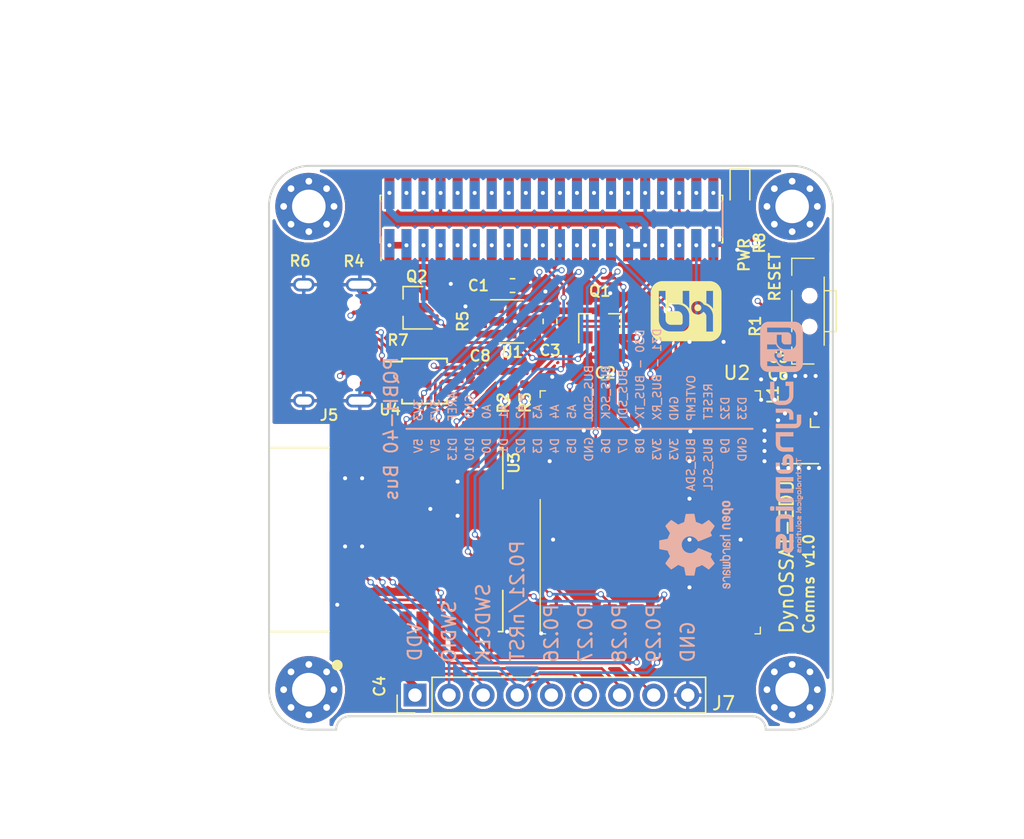
<source format=kicad_pcb>
(kicad_pcb (version 20171130) (host pcbnew "(5.1.6)-1")
  (layers (0 F.Cu signal) (1 In1.Cu signal) (2 In2.Cu signal) (31 B.Cu signal) (34 B.Paste user) (35 F.Paste user) (36 B.SilkS user) (37 F.SilkS user) (38 B.Mask user) (39 F.Mask user) (44 Edge.Cuts user))
  (net 0 "")
  (net 1 GND)
  (net 2 "Net-(C5-Pad1)")
  (net 3 "Net-(C6-Pad1)")
  (net 4 VBUS)
  (net 5 /INT_IMU_OBC)
  (net 6 /A0_OBC)
  (net 7 /A1_OBC)
  (net 8 /D9_OBC)
  (net 9 /A2_OBC)
  (net 10 /D8_OBC)
  (net 11 /A3_OBC)
  (net 12 /D7_OBC)
  (net 13 /A4_OBC)
  (net 14 /A5_OBC)
  (net 15 /D5_OBC)
  (net 16 /D4_OBC)
  (net 17 /D3_OBC)
  (net 18 /D1_OBC)
  (net 19 /D0_OBC)
  (net 20 /OBC_OVTEMP)
  (net 21 /nRST)
  (net 22 /SWCLK)
  (net 23 /SWDIO)
  (net 24 /nRF_SWDIO)
  (net 25 /nRF_SWDCLK)
  (net 26 /D2_OBC)
  (net 27 /AREF)
  (net 28 /OBC_D30)
  (net 29 /OBC_D31)
  (net 30 "Net-(H1-Pad1)")
  (net 31 "Net-(H2-Pad1)")
  (net 32 "Net-(H3-Pad1)")
  (net 33 "Net-(H4-Pad1)")
  (net 34 /P0.28)
  (net 35 /P0.29)
  (net 36 /USB_D+)
  (net 37 /USB_D-)
  (net 38 "Net-(J5-PadB5)")
  (net 39 "Net-(J5-PadA5)")
  (net 40 /D6_OBC)
  (net 41 +5V_SAT)
  (net 42 +3V3_SAT)
  (net 43 "Net-(C3-Pad1)")
  (net 44 "Net-(D1-Pad2)")
  (net 45 /SAT_PWR_EN)
  (net 46 "Net-(J5-PadA8)")
  (net 47 "Net-(J5-PadB8)")
  (net 48 "Net-(U1-Pad4)")
  (net 49 "Net-(U2-Pad16)")
  (net 50 "Net-(U2-Pad15)")
  (net 51 "Net-(U2-Pad12)")
  (net 52 "Net-(U2-Pad11)")
  (net 53 "Net-(U2-Pad7)")
  (net 54 "Net-(U3-Pad23)")
  (net 55 "Net-(U4-Pad4)")
  (net 56 "Net-(U4-Pad5)")
  (net 57 "Net-(U4-Pad6)")
  (net 58 /P0.26)
  (net 59 /P0.27)
  (net 60 "Net-(U3-Pad8)")
  (net 61 "Net-(U3-Pad9)")
  (net 62 /nRF_RX)
  (net 63 /nRF_TX)
  (net 64 /SPI_BUS_SDO)
  (net 65 /SPI_BUS_SCK)
  (net 66 /SPI_BUS_SDI)
  (net 67 /I2C_BUS_SDA)
  (net 68 /I2C_BUS_SCL)
  (module DynOSSAT:1TS002G-1800-3500-CT (layer F.Cu) (at 167.005 99.314 90)
    (fp_text reference SW1 hide)
    (fp_text value SW_Push hide)
    (pad "" np_thru_hole circle (at 1.15 1.2 90) (size 0.8 0.8) (drill 0.8) (layers *.Cu *.Mask))
    (pad "" np_thru_hole circle (at -1.15 1.2 90) (size 0.8 0.8) (drill 0.8) (layers *.Cu *.Mask))
    (pad 3 smd rect (at -3.4 2.1 90) (size 1.45 1) (layers F.Cu F.Paste F.Mask))
    (pad 4 smd rect (at 3.4 2.1 90) (size 1.45 1) (layers F.Cu F.Paste F.Mask))
    (pad 2 smd rect (at 2.1 0 90) (size 0.9 1) (layers F.Cu F.Paste F.Mask) (net 1 GND))
    (pad 1 smd rect (at -2.1 0 90) (size 0.9 1) (layers F.Cu F.Paste F.Mask) (net 21 /nRST))
  )
  (module Symbol:OSHW-Logo2_7.3x6mm_SilkScreen (layer B.Cu) (at 159.766 116.713 270)
    (fp_text reference REF** hide)
    (fp_text value OSHW-Logo2_7.3x6mm_SilkScreen hide)
  )
  (module DynaSat:Logo_BHDyn (layer B.Cu) (at 166.116 108.712 270)
    (fp_text reference G*** hide)
    (fp_text value LOGO hide)
  )
  (module DynaSat:Logo_BHDyn_MARK (layer F.Cu) (at 159.004 99.314)
    (fp_text reference G*** hide)
    (fp_text value LOGO hide)
  )
  (module Connector_PinSocket_1.27mm:PinSocket_2x20_P1.27mm_Vertical_SMD (layer B.Cu) (at 148.971 92.456 270)
    (fp_text reference J2 hide)
    (fp_text value Conn_02x20_Odd_Even)
    (pad 1 smd rect (at 1.8 12.065 270) (size 2.1 0.75) (layers B.Cu B.Paste B.Mask) (net 41 +5V_SAT))
    (pad 2 smd rect (at -1.8 12.065 270) (size 2.1 0.75) (layers B.Cu B.Paste B.Mask) (net 42 +3V3_SAT))
    (pad 3 smd rect (at 1.8 10.795 270) (size 2.1 0.75) (layers B.Cu B.Paste B.Mask) (net 41 +5V_SAT))
    (pad 4 smd rect (at -1.8 10.795 270) (size 2.1 0.75) (layers B.Cu B.Paste B.Mask) (net 42 +3V3_SAT))
    (pad 5 smd rect (at 1.8 9.525 270) (size 2.1 0.75) (layers B.Cu B.Paste B.Mask) (net 45 /SAT_PWR_EN))
    (pad 6 smd rect (at -1.8 9.525 270) (size 2.1 0.75) (layers B.Cu B.Paste B.Mask) (net 27 /AREF))
    (pad 7 smd rect (at 1.8 8.255 270) (size 2.1 0.75) (layers B.Cu B.Paste B.Mask) (net 5 /INT_IMU_OBC))
    (pad 8 smd rect (at -1.8 8.255 270) (size 2.1 0.75) (layers B.Cu B.Paste B.Mask) (net 1 GND))
    (pad 9 smd rect (at 1.8 6.985 270) (size 2.1 0.75) (layers B.Cu B.Paste B.Mask) (net 19 /D0_OBC))
    (pad 10 smd rect (at -1.8 6.985 270) (size 2.1 0.75) (layers B.Cu B.Paste B.Mask) (net 6 /A0_OBC))
    (pad 11 smd rect (at 1.8 5.715 270) (size 2.1 0.75) (layers B.Cu B.Paste B.Mask) (net 18 /D1_OBC))
    (pad 12 smd rect (at -1.8 5.715 270) (size 2.1 0.75) (layers B.Cu B.Paste B.Mask) (net 7 /A1_OBC))
    (pad 13 smd rect (at 1.8 4.445 270) (size 2.1 0.75) (layers B.Cu B.Paste B.Mask) (net 26 /D2_OBC))
    (pad 14 smd rect (at -1.8 4.445 270) (size 2.1 0.75) (layers B.Cu B.Paste B.Mask) (net 9 /A2_OBC))
    (pad 15 smd rect (at 1.8 3.175 270) (size 2.1 0.75) (layers B.Cu B.Paste B.Mask) (net 17 /D3_OBC))
    (pad 16 smd rect (at -1.8 3.175 270) (size 2.1 0.75) (layers B.Cu B.Paste B.Mask) (net 11 /A3_OBC))
    (pad 17 smd rect (at 1.8 1.905 270) (size 2.1 0.75) (layers B.Cu B.Paste B.Mask) (net 16 /D4_OBC))
    (pad 18 smd rect (at -1.8 1.905 270) (size 2.1 0.75) (layers B.Cu B.Paste B.Mask) (net 13 /A4_OBC))
    (pad 19 smd rect (at 1.8 0.635 270) (size 2.1 0.75) (layers B.Cu B.Paste B.Mask) (net 15 /D5_OBC))
    (pad 20 smd rect (at -1.8 0.635 270) (size 2.1 0.75) (layers B.Cu B.Paste B.Mask) (net 14 /A5_OBC))
    (pad 21 smd rect (at 1.8 -0.635 270) (size 2.1 0.75) (layers B.Cu B.Paste B.Mask) (net 1 GND))
    (pad 22 smd rect (at -1.8 -0.635 270) (size 2.1 0.75) (layers B.Cu B.Paste B.Mask) (net 64 /SPI_BUS_SDO))
    (pad 23 smd rect (at 1.8 -1.905 270) (size 2.1 0.75) (layers B.Cu B.Paste B.Mask) (net 40 /D6_OBC))
    (pad 24 smd rect (at -1.8 -1.905 270) (size 2.1 0.75) (layers B.Cu B.Paste B.Mask) (net 65 /SPI_BUS_SCK))
    (pad 25 smd rect (at 1.8 -3.175 270) (size 2.1 0.75) (layers B.Cu B.Paste B.Mask) (net 12 /D7_OBC))
    (pad 26 smd rect (at -1.8 -3.175 270) (size 2.1 0.75) (layers B.Cu B.Paste B.Mask) (net 66 /SPI_BUS_SDI))
    (pad 27 smd rect (at 1.8 -4.445 270) (size 2.1 0.75) (layers B.Cu B.Paste B.Mask) (net 10 /D8_OBC))
    (pad 28 smd rect (at -1.8 -4.445 270) (size 2.1 0.75) (layers B.Cu B.Paste B.Mask) (net 28 /OBC_D30))
    (pad 29 smd rect (at 1.8 -5.715 270) (size 2.1 0.75) (layers B.Cu B.Paste B.Mask) (net 42 +3V3_SAT))
    (pad 30 smd rect (at -1.8 -5.715 270) (size 2.1 0.75) (layers B.Cu B.Paste B.Mask) (net 29 /OBC_D31))
    (pad 31 smd rect (at 1.8 -6.985 270) (size 2.1 0.75) (layers B.Cu B.Paste B.Mask) (net 42 +3V3_SAT))
    (pad 32 smd rect (at -1.8 -6.985 270) (size 2.1 0.75) (layers B.Cu B.Paste B.Mask) (net 1 GND))
    (pad 33 smd rect (at 1.8 -8.255 270) (size 2.1 0.75) (layers B.Cu B.Paste B.Mask) (net 67 /I2C_BUS_SDA))
    (pad 34 smd rect (at -1.8 -8.255 270) (size 2.1 0.75) (layers B.Cu B.Paste B.Mask) (net 20 /OBC_OVTEMP))
    (pad 35 smd rect (at 1.8 -9.525 270) (size 2.1 0.75) (layers B.Cu B.Paste B.Mask) (net 68 /I2C_BUS_SCL))
    (pad 36 smd rect (at -1.8 -9.525 270) (size 2.1 0.75) (layers B.Cu B.Paste B.Mask) (net 21 /nRST))
    (pad 37 smd rect (at 1.8 -10.795 270) (size 2.1 0.75) (layers B.Cu B.Paste B.Mask) (net 8 /D9_OBC))
    (pad 38 smd rect (at -1.8 -10.795 270) (size 2.1 0.75) (layers B.Cu B.Paste B.Mask) (net 22 /SWCLK))
    (pad 39 smd rect (at 1.8 -12.065 270) (size 2.1 0.75) (layers B.Cu B.Paste B.Mask) (net 1 GND))
    (pad 40 smd rect (at -1.8 -12.065 270) (size 2.1 0.75) (layers B.Cu B.Paste B.Mask) (net 23 /SWDIO))
  )
  (module Connector_PinHeader_1.27mm:PinHeader_2x20_P1.27mm_Vertical_SMD (layer F.Cu) (at 148.971 92.456 90)
    (fp_text reference J1 hide)
    (fp_text value Conn_02x20_Odd_Even hide)
    (pad 1 smd rect (at -1.95 -12.065 90) (size 2.4 0.74) (layers F.Cu F.Paste F.Mask) (net 41 +5V_SAT))
    (pad 2 smd rect (at 1.95 -12.065 90) (size 2.4 0.74) (layers F.Cu F.Paste F.Mask) (net 42 +3V3_SAT))
    (pad 3 smd rect (at -1.95 -10.795 90) (size 2.4 0.74) (layers F.Cu F.Paste F.Mask) (net 41 +5V_SAT))
    (pad 4 smd rect (at 1.95 -10.795 90) (size 2.4 0.74) (layers F.Cu F.Paste F.Mask) (net 42 +3V3_SAT))
    (pad 5 smd rect (at -1.95 -9.525 90) (size 2.4 0.74) (layers F.Cu F.Paste F.Mask) (net 45 /SAT_PWR_EN))
    (pad 6 smd rect (at 1.95 -9.525 90) (size 2.4 0.74) (layers F.Cu F.Paste F.Mask) (net 27 /AREF))
    (pad 7 smd rect (at -1.95 -8.255 90) (size 2.4 0.74) (layers F.Cu F.Paste F.Mask) (net 5 /INT_IMU_OBC))
    (pad 8 smd rect (at 1.95 -8.255 90) (size 2.4 0.74) (layers F.Cu F.Paste F.Mask) (net 1 GND))
    (pad 9 smd rect (at -1.95 -6.985 90) (size 2.4 0.74) (layers F.Cu F.Paste F.Mask) (net 19 /D0_OBC))
    (pad 10 smd rect (at 1.95 -6.985 90) (size 2.4 0.74) (layers F.Cu F.Paste F.Mask) (net 6 /A0_OBC))
    (pad 11 smd rect (at -1.95 -5.715 90) (size 2.4 0.74) (layers F.Cu F.Paste F.Mask) (net 18 /D1_OBC))
    (pad 12 smd rect (at 1.95 -5.715 90) (size 2.4 0.74) (layers F.Cu F.Paste F.Mask) (net 7 /A1_OBC))
    (pad 13 smd rect (at -1.95 -4.445 90) (size 2.4 0.74) (layers F.Cu F.Paste F.Mask) (net 26 /D2_OBC))
    (pad 14 smd rect (at 1.95 -4.445 90) (size 2.4 0.74) (layers F.Cu F.Paste F.Mask) (net 9 /A2_OBC))
    (pad 15 smd rect (at -1.95 -3.175 90) (size 2.4 0.74) (layers F.Cu F.Paste F.Mask) (net 17 /D3_OBC))
    (pad 16 smd rect (at 1.95 -3.175 90) (size 2.4 0.74) (layers F.Cu F.Paste F.Mask) (net 11 /A3_OBC))
    (pad 17 smd rect (at -1.95 -1.905 90) (size 2.4 0.74) (layers F.Cu F.Paste F.Mask) (net 16 /D4_OBC))
    (pad 18 smd rect (at 1.95 -1.905 90) (size 2.4 0.74) (layers F.Cu F.Paste F.Mask) (net 13 /A4_OBC))
    (pad 19 smd rect (at -1.95 -0.635 90) (size 2.4 0.74) (layers F.Cu F.Paste F.Mask) (net 15 /D5_OBC))
    (pad 20 smd rect (at 1.95 -0.635 90) (size 2.4 0.74) (layers F.Cu F.Paste F.Mask) (net 14 /A5_OBC))
    (pad 21 smd rect (at -1.95 0.635 90) (size 2.4 0.74) (layers F.Cu F.Paste F.Mask) (net 1 GND))
    (pad 22 smd rect (at 1.95 0.635 90) (size 2.4 0.74) (layers F.Cu F.Paste F.Mask) (net 64 /SPI_BUS_SDO))
    (pad 23 smd rect (at -1.95 1.905 90) (size 2.4 0.74) (layers F.Cu F.Paste F.Mask) (net 40 /D6_OBC))
    (pad 24 smd rect (at 1.95 1.905 90) (size 2.4 0.74) (layers F.Cu F.Paste F.Mask) (net 65 /SPI_BUS_SCK))
    (pad 25 smd rect (at -1.95 3.175 90) (size 2.4 0.74) (layers F.Cu F.Paste F.Mask) (net 12 /D7_OBC))
    (pad 26 smd rect (at 1.95 3.175 90) (size 2.4 0.74) (layers F.Cu F.Paste F.Mask) (net 66 /SPI_BUS_SDI))
    (pad 27 smd rect (at -1.95 4.445 90) (size 2.4 0.74) (layers F.Cu F.Paste F.Mask) (net 10 /D8_OBC))
    (pad 28 smd rect (at 1.95 4.445 90) (size 2.4 0.74) (layers F.Cu F.Paste F.Mask) (net 28 /OBC_D30))
    (pad 29 smd rect (at -1.95 5.715 90) (size 2.4 0.74) (layers F.Cu F.Paste F.Mask) (net 42 +3V3_SAT))
    (pad 30 smd rect (at 1.95 5.715 90) (size 2.4 0.74) (layers F.Cu F.Paste F.Mask) (net 29 /OBC_D31))
    (pad 31 smd rect (at -1.95 6.985 90) (size 2.4 0.74) (layers F.Cu F.Paste F.Mask) (net 42 +3V3_SAT))
    (pad 32 smd rect (at 1.95 6.985 90) (size 2.4 0.74) (layers F.Cu F.Paste F.Mask) (net 1 GND))
    (pad 33 smd rect (at -1.95 8.255 90) (size 2.4 0.74) (layers F.Cu F.Paste F.Mask) (net 67 /I2C_BUS_SDA))
    (pad 34 smd rect (at 1.95 8.255 90) (size 2.4 0.74) (layers F.Cu F.Paste F.Mask) (net 20 /OBC_OVTEMP))
    (pad 35 smd rect (at -1.95 9.525 90) (size 2.4 0.74) (layers F.Cu F.Paste F.Mask) (net 68 /I2C_BUS_SCL))
    (pad 36 smd rect (at 1.95 9.525 90) (size 2.4 0.74) (layers F.Cu F.Paste F.Mask) (net 21 /nRST))
    (pad 37 smd rect (at -1.95 10.795 90) (size 2.4 0.74) (layers F.Cu F.Paste F.Mask) (net 8 /D9_OBC))
    (pad 38 smd rect (at 1.95 10.795 90) (size 2.4 0.74) (layers F.Cu F.Paste F.Mask) (net 22 /SWCLK))
    (pad 39 smd rect (at -1.95 12.065 90) (size 2.4 0.74) (layers F.Cu F.Paste F.Mask) (net 1 GND))
    (pad 40 smd rect (at 1.95 12.065 90) (size 2.4 0.74) (layers F.Cu F.Paste F.Mask) (net 23 /SWDIO))
  )
  (module Capacitor_SMD:C_0603_1608Metric (layer F.Cu) (at 146.0754 97.409)
    (fp_text reference C1 (at -2.54 0) (layer F.SilkS) (effects (font (size 0.8 0.8))))
    (fp_text value 10uF hide)
    (pad 2 smd roundrect (at 0.7875 0) (size 0.875 0.95) (layers F.Cu F.Paste F.Mask) (net 1 GND))
    (pad 1 smd roundrect (at -0.7875 0) (size 0.875 0.95) (layers F.Cu F.Paste F.Mask) (net 41 +5V_SAT))
  )
  (module Capacitor_SMD:C_0603_1608Metric (layer F.Cu) (at 148.8694 100.076 270)
    (fp_text reference C3 (at 2.159 0) (layer F.SilkS) (effects (font (size 0.8 0.8))))
    (fp_text value 10uF hide)
    (pad 1 smd roundrect (at -0.7875 0 270) (size 0.875 0.95) (layers F.Cu F.Paste F.Mask) (net 43 "Net-(C3-Pad1)"))
    (pad 2 smd roundrect (at 0.7875 0 270) (size 0.875 0.95) (layers F.Cu F.Paste F.Mask) (net 1 GND))
  )
  (module Capacitor_SMD:C_0402_1005Metric (layer F.Cu) (at 168.021 105.1306)
    (fp_text reference C5 (at -2.159 -2.3876) (layer F.SilkS) (effects (font (size 0.8 0.8))))
    (fp_text value DNP hide)
    (pad 2 smd roundrect (at 0.485 0) (size 0.59 0.64) (layers F.Cu F.Paste F.Mask) (net 1 GND))
    (pad 1 smd roundrect (at -0.485 0) (size 0.59 0.64) (layers F.Cu F.Paste F.Mask) (net 2 "Net-(C5-Pad1)"))
  )
  (module Capacitor_SMD:C_0402_1005Metric (layer F.Cu) (at 167.9956 106.0958)
    (fp_text reference C6 (at -2.1336 -2.0828) (layer F.SilkS) (effects (font (size 0.8 0.8))))
    (fp_text value DNP hide)
    (pad 1 smd roundrect (at -0.485 0) (size 0.59 0.64) (layers F.Cu F.Paste F.Mask) (net 3 "Net-(C6-Pad1)"))
    (pad 2 smd roundrect (at 0.485 0) (size 0.59 0.64) (layers F.Cu F.Paste F.Mask) (net 1 GND))
  )
  (module Connector_Coaxial:U.FL_Hirose_U.FL-R-SMT-1_Vertical (layer F.Cu) (at 167.513 108.839 270)
    (fp_text reference J4 hide)
    (fp_text value Conn_Coaxial hide)
    (pad 2 smd rect (at 0.475 1.475 270) (size 2.2 1.05) (layers F.Cu F.Paste F.Mask) (net 1 GND))
    (pad 1 smd rect (at -1.05 0 270) (size 1.05 1) (layers F.Cu F.Paste F.Mask) (net 3 "Net-(C6-Pad1)"))
    (pad 2 smd rect (at 0.475 -1.475 270) (size 2.2 1.05) (layers F.Cu F.Paste F.Mask) (net 1 GND))
  )
  (module Inductor_SMD:L_0402_1005Metric (layer F.Cu) (at 166.5478 105.6132 270)
    (fp_text reference L1 (at -0.0762 1.0668 90) (layer F.SilkS) (effects (font (size 0.8 0.8))))
    (fp_text value 0R hide)
    (pad 1 smd roundrect (at -0.485 0 270) (size 0.59 0.64) (layers F.Cu F.Paste F.Mask) (net 2 "Net-(C5-Pad1)"))
    (pad 2 smd roundrect (at 0.485 0 270) (size 0.59 0.64) (layers F.Cu F.Paste F.Mask) (net 3 "Net-(C6-Pad1)"))
  )
  (module MountingHole:MountingHole_2.5mm_Pad_Via (layer F.Cu) (at 130.903 91.513)
    (fp_text reference H1 hide)
    (fp_text value MountingHole_Pad hide)
    (pad 1 thru_hole circle (at 0 0) (size 5 5) (drill 2.5) (layers *.Cu *.Mask) (net 30 "Net-(H1-Pad1)"))
    (pad 1 thru_hole circle (at 1.875 0) (size 0.8 0.8) (drill 0.5) (layers *.Cu *.Mask) (net 30 "Net-(H1-Pad1)"))
    (pad 1 thru_hole circle (at 1.325825 1.325825) (size 0.8 0.8) (drill 0.5) (layers *.Cu *.Mask) (net 30 "Net-(H1-Pad1)"))
    (pad 1 thru_hole circle (at 0 1.875) (size 0.8 0.8) (drill 0.5) (layers *.Cu *.Mask) (net 30 "Net-(H1-Pad1)"))
    (pad 1 thru_hole circle (at -1.325825 1.325825) (size 0.8 0.8) (drill 0.5) (layers *.Cu *.Mask) (net 30 "Net-(H1-Pad1)"))
    (pad 1 thru_hole circle (at -1.875 0) (size 0.8 0.8) (drill 0.5) (layers *.Cu *.Mask) (net 30 "Net-(H1-Pad1)"))
    (pad 1 thru_hole circle (at -1.325825 -1.325825) (size 0.8 0.8) (drill 0.5) (layers *.Cu *.Mask) (net 30 "Net-(H1-Pad1)"))
    (pad 1 thru_hole circle (at 0 -1.875) (size 0.8 0.8) (drill 0.5) (layers *.Cu *.Mask) (net 30 "Net-(H1-Pad1)"))
    (pad 1 thru_hole circle (at 1.325825 -1.325825) (size 0.8 0.8) (drill 0.5) (layers *.Cu *.Mask) (net 30 "Net-(H1-Pad1)"))
  )
  (module MountingHole:MountingHole_2.5mm_Pad_Via (layer F.Cu) (at 166.905 91.513)
    (fp_text reference H2 hide)
    (fp_text value MountingHole_Pad hide)
    (pad 1 thru_hole circle (at 1.325825 -1.325825) (size 0.8 0.8) (drill 0.5) (layers *.Cu *.Mask) (net 31 "Net-(H2-Pad1)"))
    (pad 1 thru_hole circle (at 0 -1.875) (size 0.8 0.8) (drill 0.5) (layers *.Cu *.Mask) (net 31 "Net-(H2-Pad1)"))
    (pad 1 thru_hole circle (at -1.325825 -1.325825) (size 0.8 0.8) (drill 0.5) (layers *.Cu *.Mask) (net 31 "Net-(H2-Pad1)"))
    (pad 1 thru_hole circle (at -1.875 0) (size 0.8 0.8) (drill 0.5) (layers *.Cu *.Mask) (net 31 "Net-(H2-Pad1)"))
    (pad 1 thru_hole circle (at -1.325825 1.325825) (size 0.8 0.8) (drill 0.5) (layers *.Cu *.Mask) (net 31 "Net-(H2-Pad1)"))
    (pad 1 thru_hole circle (at 0 1.875) (size 0.8 0.8) (drill 0.5) (layers *.Cu *.Mask) (net 31 "Net-(H2-Pad1)"))
    (pad 1 thru_hole circle (at 1.325825 1.325825) (size 0.8 0.8) (drill 0.5) (layers *.Cu *.Mask) (net 31 "Net-(H2-Pad1)"))
    (pad 1 thru_hole circle (at 1.875 0) (size 0.8 0.8) (drill 0.5) (layers *.Cu *.Mask) (net 31 "Net-(H2-Pad1)"))
    (pad 1 thru_hole circle (at 0 0) (size 5 5) (drill 2.5) (layers *.Cu *.Mask) (net 31 "Net-(H2-Pad1)"))
  )
  (module MountingHole:MountingHole_2.5mm_Pad_Via (layer F.Cu) (at 130.903 127.508)
    (fp_text reference H3 hide)
    (fp_text value MountingHole_Pad hide)
    (pad 1 thru_hole circle (at 0 0) (size 5 5) (drill 2.5) (layers *.Cu *.Mask) (net 32 "Net-(H3-Pad1)"))
    (pad 1 thru_hole circle (at 1.875 0) (size 0.8 0.8) (drill 0.5) (layers *.Cu *.Mask) (net 32 "Net-(H3-Pad1)"))
    (pad 1 thru_hole circle (at 1.325825 1.325825) (size 0.8 0.8) (drill 0.5) (layers *.Cu *.Mask) (net 32 "Net-(H3-Pad1)"))
    (pad 1 thru_hole circle (at 0 1.875) (size 0.8 0.8) (drill 0.5) (layers *.Cu *.Mask) (net 32 "Net-(H3-Pad1)"))
    (pad 1 thru_hole circle (at -1.325825 1.325825) (size 0.8 0.8) (drill 0.5) (layers *.Cu *.Mask) (net 32 "Net-(H3-Pad1)"))
    (pad 1 thru_hole circle (at -1.875 0) (size 0.8 0.8) (drill 0.5) (layers *.Cu *.Mask) (net 32 "Net-(H3-Pad1)"))
    (pad 1 thru_hole circle (at -1.325825 -1.325825) (size 0.8 0.8) (drill 0.5) (layers *.Cu *.Mask) (net 32 "Net-(H3-Pad1)"))
    (pad 1 thru_hole circle (at 0 -1.875) (size 0.8 0.8) (drill 0.5) (layers *.Cu *.Mask) (net 32 "Net-(H3-Pad1)"))
    (pad 1 thru_hole circle (at 1.325825 -1.325825) (size 0.8 0.8) (drill 0.5) (layers *.Cu *.Mask) (net 32 "Net-(H3-Pad1)"))
  )
  (module MountingHole:MountingHole_2.5mm_Pad_Via (layer F.Cu) (at 166.905 127.508)
    (fp_text reference H4 hide)
    (fp_text value MountingHole_Pad hide)
    (pad 1 thru_hole circle (at 1.325825 -1.325825) (size 0.8 0.8) (drill 0.5) (layers *.Cu *.Mask) (net 33 "Net-(H4-Pad1)"))
    (pad 1 thru_hole circle (at 0 -1.875) (size 0.8 0.8) (drill 0.5) (layers *.Cu *.Mask) (net 33 "Net-(H4-Pad1)"))
    (pad 1 thru_hole circle (at -1.325825 -1.325825) (size 0.8 0.8) (drill 0.5) (layers *.Cu *.Mask) (net 33 "Net-(H4-Pad1)"))
    (pad 1 thru_hole circle (at -1.875 0) (size 0.8 0.8) (drill 0.5) (layers *.Cu *.Mask) (net 33 "Net-(H4-Pad1)"))
    (pad 1 thru_hole circle (at -1.325825 1.325825) (size 0.8 0.8) (drill 0.5) (layers *.Cu *.Mask) (net 33 "Net-(H4-Pad1)"))
    (pad 1 thru_hole circle (at 0 1.875) (size 0.8 0.8) (drill 0.5) (layers *.Cu *.Mask) (net 33 "Net-(H4-Pad1)"))
    (pad 1 thru_hole circle (at 1.325825 1.325825) (size 0.8 0.8) (drill 0.5) (layers *.Cu *.Mask) (net 33 "Net-(H4-Pad1)"))
    (pad 1 thru_hole circle (at 1.875 0) (size 0.8 0.8) (drill 0.5) (layers *.Cu *.Mask) (net 33 "Net-(H4-Pad1)"))
    (pad 1 thru_hole circle (at 0 0) (size 5 5) (drill 2.5) (layers *.Cu *.Mask) (net 33 "Net-(H4-Pad1)"))
  )
  (module DynaSat:U262-161N-4BVC11 (layer F.Cu) (at 135.2804 98.298 270)
    (fp_text reference J5 (at 8.763 2.8702 180) (layer F.SilkS) (effects (font (size 0.8 0.8))))
    (fp_text value USB_C_Receptacle_USB2.0 hide)
    (pad S1 thru_hole oval (at -0.9565 4.7515 270) (size 1 1.6) (drill oval 0.6 1.2) (layers *.Cu *.Mask) (net 1 GND))
    (pad S1 thru_hole oval (at 7.6875 0.5715 270) (size 1 2.1) (drill oval 0.6 1.7) (layers *.Cu *.Mask) (net 1 GND))
    (pad "" np_thru_hole circle (at 6.2865 1.016 270) (size 0.65 0.65) (drill 0.65) (layers *.Cu *.Mask))
    (pad "" np_thru_hole circle (at 0.4445 1.016 270) (size 0.65 0.65) (drill 0.65) (layers *.Cu *.Mask))
    (pad S1 thru_hole oval (at 7.6835 4.7515 270) (size 1 1.6) (drill oval 0.6 1.2) (layers *.Cu *.Mask) (net 1 GND))
    (pad S1 thru_hole oval (at -0.9525 0.5715 270) (size 1 2.1) (drill oval 0.6 1.7) (layers *.Cu *.Mask) (net 1 GND))
    (pad B1 smd rect (at 6.3985 0 270) (size 0.3 1.15) (layers F.Cu F.Paste F.Mask) (net 1 GND))
    (pad A12 smd rect (at 6.6985 0 270) (size 0.3 1.15) (layers F.Cu F.Paste F.Mask) (net 1 GND))
    (pad B4 smd rect (at 5.6 0 270) (size 0.3 1.15) (layers F.Cu F.Paste F.Mask) (net 4 VBUS))
    (pad A9 smd rect (at 5.9 0 270) (size 0.3 1.15) (layers F.Cu F.Paste F.Mask) (net 4 VBUS))
    (pad B5 smd rect (at 5.1 0 270) (size 0.3 1.15) (layers F.Cu F.Paste F.Mask) (net 38 "Net-(J5-PadB5)"))
    (pad A8 smd rect (at 4.6 0 270) (size 0.3 1.15) (layers F.Cu F.Paste F.Mask) (net 46 "Net-(J5-PadA8)"))
    (pad B6 smd rect (at 4.1 0 270) (size 0.3 1.15) (layers F.Cu F.Paste F.Mask) (net 36 /USB_D+))
    (pad A7 smd rect (at 3.6 0 270) (size 0.3 1.15) (layers F.Cu F.Paste F.Mask) (net 37 /USB_D-))
    (pad A6 smd rect (at 3.1 0 270) (size 0.3 1.15) (layers F.Cu F.Paste F.Mask) (net 36 /USB_D+))
    (pad B7 smd rect (at 2.6 0 270) (size 0.3 1.15) (layers F.Cu F.Paste F.Mask) (net 37 /USB_D-))
    (pad A5 smd rect (at 2.1 0 270) (size 0.3 1.15) (layers F.Cu F.Paste F.Mask) (net 39 "Net-(J5-PadA5)"))
    (pad B8 smd rect (at 1.6 0 270) (size 0.3 1.15) (layers F.Cu F.Paste F.Mask) (net 47 "Net-(J5-PadB8)"))
    (pad A4 smd rect (at 0.8 0 270) (size 0.3 1.15) (layers F.Cu F.Paste F.Mask) (net 4 VBUS))
    (pad B9 smd rect (at 1.1 0 270) (size 0.3 1.15) (layers F.Cu F.Paste F.Mask) (net 4 VBUS))
    (pad B12 smd rect (at 0.3 0 270) (size 0.3 1.15) (layers F.Cu F.Paste F.Mask) (net 1 GND))
    (pad A1 smd rect (at 0 0 270) (size 0.3 1.15) (layers F.Cu F.Paste F.Mask) (net 1 GND))
  )
  (module Resistor_SMD:R_0402_1005Metric (layer F.Cu) (at 132.7912 95.5802 270)
    (fp_text reference R4 (at 0.0254 -1.4732 180) (layer F.SilkS) (effects (font (size 0.8 0.8))))
    (fp_text value 5.1k hide)
    (pad 2 smd roundrect (at 0.485 0 270) (size 0.59 0.64) (layers F.Cu F.Paste F.Mask) (net 39 "Net-(J5-PadA5)"))
    (pad 1 smd roundrect (at -0.485 0 270) (size 0.59 0.64) (layers F.Cu F.Paste F.Mask) (net 1 GND))
  )
  (module Resistor_SMD:R_0402_1005Metric (layer F.Cu) (at 131.7244 95.5802 270)
    (fp_text reference R6 (at 0 1.4732 180) (layer F.SilkS) (effects (font (size 0.8 0.8))))
    (fp_text value 5.1k hide)
    (pad 1 smd roundrect (at -0.485 0 270) (size 0.59 0.64) (layers F.Cu F.Paste F.Mask) (net 1 GND))
    (pad 2 smd roundrect (at 0.485 0 270) (size 0.59 0.64) (layers F.Cu F.Paste F.Mask) (net 38 "Net-(J5-PadB5)"))
  )
  (module Package_TO_SOT_SMD:SOT-23 (layer F.Cu) (at 152.5905 100.2665 90)
    (fp_text reference Q1 (at 2.4511 -0.0127 180) (layer F.SilkS) (effects (font (size 0.8 0.8))))
    (fp_text value DMG2305L hide)
    (pad 1 smd rect (at -1 -0.95 90) (size 0.9 0.8) (layers F.Cu F.Paste F.Mask) (net 45 /SAT_PWR_EN))
    (pad 2 smd rect (at -1 0.95 90) (size 0.9 0.8) (layers F.Cu F.Paste F.Mask) (net 42 +3V3_SAT))
    (pad 3 smd rect (at 1 0 90) (size 0.9 0.8) (layers F.Cu F.Paste F.Mask) (net 43 "Net-(C3-Pad1)"))
  )
  (module Capacitor_SMD:C_0402_1005Metric (layer F.Cu) (at 152.9842 102.743 180)
    (fp_text reference C2 (at 0 -1.17) (layer F.SilkS) (effects (font (size 0.8 0.8))))
    (fp_text value 100nF hide)
    (pad 2 smd roundrect (at 0.485 0 180) (size 0.59 0.64) (layers F.Cu F.Paste F.Mask) (net 1 GND))
    (pad 1 smd roundrect (at -0.485 0 180) (size 0.59 0.64) (layers F.Cu F.Paste F.Mask) (net 42 +3V3_SAT))
  )
  (module Capacitor_SMD:C_0402_1005Metric (layer F.Cu) (at 135.001 127.254 270)
    (fp_text reference C4 (at 0 -1.17 90) (layer F.SilkS) (effects (font (size 0.8 0.8))))
    (fp_text value 100nF hide)
    (pad 1 smd roundrect (at -0.485 0 270) (size 0.59 0.64) (layers F.Cu F.Paste F.Mask) (net 42 +3V3_SAT))
    (pad 2 smd roundrect (at 0.485 0 270) (size 0.59 0.64) (layers F.Cu F.Paste F.Mask) (net 1 GND))
  )
  (module Capacitor_SMD:C_0402_1005Metric (layer F.Cu) (at 143.6624 104.267 90)
    (fp_text reference C8 (at 1.6256 0 180) (layer F.SilkS) (effects (font (size 0.8 0.8))))
    (fp_text value 100nF hide)
    (pad 1 smd roundrect (at -0.485 0 90) (size 0.59 0.64) (layers F.Cu F.Paste F.Mask) (net 42 +3V3_SAT))
    (pad 2 smd roundrect (at 0.485 0 90) (size 0.59 0.64) (layers F.Cu F.Paste F.Mask) (net 1 GND))
  )
  (module LED_SMD:LED_0603_1608Metric (layer F.Cu) (at 163.0172 90.2208 270)
    (fp_text reference D1 hide)
    (fp_text value LED hide)
    (pad 1 smd roundrect (at -0.7875 0 270) (size 0.875 0.95) (layers F.Cu F.Paste F.Mask) (net 1 GND))
    (pad 2 smd roundrect (at 0.7875 0 270) (size 0.875 0.95) (layers F.Cu F.Paste F.Mask) (net 44 "Net-(D1-Pad2)"))
  )
  (module Package_TO_SOT_SMD:SOT-23 (layer F.Cu) (at 138.684 99.06 180)
    (fp_text reference Q2 (at -0.254 2.3368) (layer F.SilkS) (effects (font (size 0.8 0.8))))
    (fp_text value DMG2305L hide)
    (pad 1 smd rect (at -1 -0.95 180) (size 0.9 0.8) (layers F.Cu F.Paste F.Mask) (net 45 /SAT_PWR_EN))
    (pad 2 smd rect (at -1 0.95 180) (size 0.9 0.8) (layers F.Cu F.Paste F.Mask) (net 41 +5V_SAT))
    (pad 3 smd rect (at 1 0 180) (size 0.9 0.8) (layers F.Cu F.Paste F.Mask) (net 4 VBUS))
  )
  (module Resistor_SMD:R_0402_1005Metric (layer F.Cu) (at 165.3286 100.457 270)
    (fp_text reference R1 (at -0.0254 1.1684 90) (layer F.SilkS) (effects (font (size 0.8 0.8))))
    (fp_text value 100k hide)
    (pad 2 smd roundrect (at 0.485 0 270) (size 0.59 0.64) (layers F.Cu F.Paste F.Mask) (net 21 /nRST))
    (pad 1 smd roundrect (at -0.485 0 270) (size 0.59 0.64) (layers F.Cu F.Paste F.Mask) (net 42 +3V3_SAT))
  )
  (module Resistor_SMD:R_0402_1005Metric (layer F.Cu) (at 145.4404 104.267 270)
    (fp_text reference R2 (at 1.8796 0.0508 90) (layer F.SilkS) (effects (font (size 0.8 0.8))))
    (fp_text value 47k hide)
    (pad 2 smd roundrect (at 0.485 0 270) (size 0.59 0.64) (layers F.Cu F.Paste F.Mask) (net 68 /I2C_BUS_SCL))
    (pad 1 smd roundrect (at -0.485 0 270) (size 0.59 0.64) (layers F.Cu F.Paste F.Mask) (net 42 +3V3_SAT))
  )
  (module Resistor_SMD:R_0402_1005Metric (layer F.Cu) (at 146.9644 104.267 270)
    (fp_text reference R3 (at 1.8542 -0.0508 90) (layer F.SilkS) (effects (font (size 0.8 0.8))))
    (fp_text value 47k hide)
    (pad 1 smd roundrect (at -0.485 0 270) (size 0.59 0.64) (layers F.Cu F.Paste F.Mask) (net 42 +3V3_SAT))
    (pad 2 smd roundrect (at 0.485 0 270) (size 0.59 0.64) (layers F.Cu F.Paste F.Mask) (net 67 /I2C_BUS_SDA))
  )
  (module Resistor_SMD:R_0402_1005Metric (layer F.Cu) (at 143.383 100.076 90)
    (fp_text reference R5 (at 0 -1.016 90) (layer F.SilkS) (effects (font (size 0.8 0.8))))
    (fp_text value 100k hide)
    (pad 1 smd roundrect (at -0.485 0 90) (size 0.59 0.64) (layers F.Cu F.Paste F.Mask) (net 41 +5V_SAT))
    (pad 2 smd roundrect (at 0.485 0 90) (size 0.59 0.64) (layers F.Cu F.Paste F.Mask) (net 1 GND))
  )
  (module Resistor_SMD:R_0402_1005Metric (layer F.Cu) (at 139.319 101.473 180)
    (fp_text reference R7 (at 1.778 0) (layer F.SilkS) (effects (font (size 0.8 0.8))))
    (fp_text value 100k hide)
    (pad 2 smd roundrect (at 0.485 0 180) (size 0.59 0.64) (layers F.Cu F.Paste F.Mask) (net 1 GND))
    (pad 1 smd roundrect (at -0.485 0 180) (size 0.59 0.64) (layers F.Cu F.Paste F.Mask) (net 45 /SAT_PWR_EN))
  )
  (module Resistor_SMD:R_0402_1005Metric (layer F.Cu) (at 163.2204 92.7608 90)
    (fp_text reference R8 (at -1.4732 1.2446 90) (layer F.SilkS) (effects (font (size 0.8 0.8))))
    (fp_text value 510R hide)
    (pad 1 smd roundrect (at -0.485 0 90) (size 0.59 0.64) (layers F.Cu F.Paste F.Mask) (net 42 +3V3_SAT))
    (pad 2 smd roundrect (at 0.485 0 90) (size 0.59 0.64) (layers F.Cu F.Paste F.Mask) (net 44 "Net-(D1-Pad2)"))
  )
  (module Connector_PinHeader_2.54mm:PinHeader_1x09_P2.54mm_Vertical (layer F.Cu) (at 138.811 127.9144 90)
    (fp_text reference J7 (at -0.6096 22.987 180) (layer F.SilkS))
    (fp_text value Conn_01x09_Female hide)
    (pad 1 thru_hole rect (at 0 0 90) (size 1.7 1.7) (drill 1) (layers *.Cu *.Mask) (net 42 +3V3_SAT))
    (pad 2 thru_hole oval (at 0 2.54 90) (size 1.7 1.7) (drill 1) (layers *.Cu *.Mask) (net 24 /nRF_SWDIO))
    (pad 3 thru_hole oval (at 0 5.08 90) (size 1.7 1.7) (drill 1) (layers *.Cu *.Mask) (net 25 /nRF_SWDCLK))
    (pad 4 thru_hole oval (at 0 7.62 90) (size 1.7 1.7) (drill 1) (layers *.Cu *.Mask) (net 21 /nRST))
    (pad 5 thru_hole oval (at 0 10.16 90) (size 1.7 1.7) (drill 1) (layers *.Cu *.Mask) (net 58 /P0.26))
    (pad 6 thru_hole oval (at 0 12.7 90) (size 1.7 1.7) (drill 1) (layers *.Cu *.Mask) (net 59 /P0.27))
    (pad 7 thru_hole oval (at 0 15.24 90) (size 1.7 1.7) (drill 1) (layers *.Cu *.Mask) (net 34 /P0.28))
    (pad 8 thru_hole oval (at 0 17.78 90) (size 1.7 1.7) (drill 1) (layers *.Cu *.Mask) (net 35 /P0.29))
    (pad 9 thru_hole oval (at 0 20.32 90) (size 1.7 1.7) (drill 1) (layers *.Cu *.Mask) (net 1 GND))
  )
  (module Package_TO_SOT_SMD:SOT-23-5 (layer F.Cu) (at 145.9992 100.076)
    (fp_text reference U1 (at 0.0508 2.286) (layer F.SilkS) (effects (font (size 0.8 0.8))))
    (fp_text value ME6211C33 hide)
    (pad 1 smd rect (at -1.1 -0.95) (size 1.06 0.65) (layers F.Cu F.Paste F.Mask) (net 41 +5V_SAT))
    (pad 2 smd rect (at -1.1 0) (size 1.06 0.65) (layers F.Cu F.Paste F.Mask) (net 1 GND))
    (pad 3 smd rect (at -1.1 0.95) (size 1.06 0.65) (layers F.Cu F.Paste F.Mask) (net 41 +5V_SAT))
    (pad 4 smd rect (at 1.1 0.95) (size 1.06 0.65) (layers F.Cu F.Paste F.Mask) (net 48 "Net-(U1-Pad4)"))
    (pad 5 smd rect (at 1.1 -0.95) (size 1.06 0.65) (layers F.Cu F.Paste F.Mask) (net 43 "Net-(C3-Pad1)"))
  )
  (module DynOSSAT:SKYLAB_SKB369 (layer F.Cu) (at 136.652 116.332 90)
    (fp_text reference U3 (at 5.715 9.525 270) (layer F.SilkS) (effects (font (size 0.8 0.8))))
    (fp_text value SKB369 hide)
    (pad 1 smd rect (at -6.85 -3.63 90) (size 3 0.9) (layers F.Cu F.Paste F.Mask) (net 1 GND))
    (pad 2 smd rect (at -6.85 -2.36 90) (size 3 0.9) (layers F.Cu F.Paste F.Mask) (net 42 +3V3_SAT))
    (pad 3 smd rect (at -6.85 -1.09 90) (size 3 0.9) (layers F.Cu F.Paste F.Mask) (net 10 /D8_OBC))
    (pad 4 smd rect (at -6.85 0.18 90) (size 3 0.9) (layers F.Cu F.Paste F.Mask) (net 58 /P0.26))
    (pad 5 smd rect (at -6.85 1.45 90) (size 3 0.9) (layers F.Cu F.Paste F.Mask) (net 59 /P0.27))
    (pad 6 smd rect (at -6.85 2.72 90) (size 3 0.9) (layers F.Cu F.Paste F.Mask) (net 34 /P0.28))
    (pad 7 smd rect (at -6.85 3.99 90) (size 3 0.9) (layers F.Cu F.Paste F.Mask) (net 35 /P0.29))
    (pad 8 smd rect (at -6.85 5.26 90) (size 3 0.9) (layers F.Cu F.Paste F.Mask) (net 60 "Net-(U3-Pad8)"))
    (pad 9 smd rect (at -6.85 6.53 90) (size 3 0.9) (layers F.Cu F.Paste F.Mask) (net 61 "Net-(U3-Pad9)"))
    (pad 10 smd rect (at -6.85 7.8 90) (size 3 0.9) (layers F.Cu F.Paste F.Mask) (net 1 GND))
    (pad 13 smd rect (at 0 8.7 180) (size 3 0.9) (layers F.Cu F.Paste F.Mask) (net 67 /I2C_BUS_SDA))
    (pad 16 smd rect (at 6.85 7.8 270) (size 3 0.9) (layers F.Cu F.Paste F.Mask) (net 62 /nRF_RX))
    (pad 17 smd rect (at 6.85 6.53 270) (size 3 0.9) (layers F.Cu F.Paste F.Mask) (net 63 /nRF_TX))
    (pad 18 smd rect (at 6.85 5.26 270) (size 3 0.9) (layers F.Cu F.Paste F.Mask) (net 15 /D5_OBC))
    (pad 19 smd rect (at 6.85 3.99 270) (size 3 0.9) (layers F.Cu F.Paste F.Mask) (net 66 /SPI_BUS_SDI))
    (pad 20 smd rect (at 6.85 2.72 270) (size 3 0.9) (layers F.Cu F.Paste F.Mask) (net 64 /SPI_BUS_SDO))
    (pad 21 smd rect (at 6.85 1.45 270) (size 3 0.9) (layers F.Cu F.Paste F.Mask) (net 65 /SPI_BUS_SCK))
    (pad 22 smd rect (at 6.85 0.18 270) (size 3 0.9) (layers F.Cu F.Paste F.Mask) (net 21 /nRST))
    (pad 23 smd rect (at 6.85 -1.09 270) (size 3 0.9) (layers F.Cu F.Paste F.Mask) (net 54 "Net-(U3-Pad23)"))
    (pad 24 smd rect (at 6.85 -2.36 270) (size 3 0.9) (layers F.Cu F.Paste F.Mask) (net 25 /nRF_SWDCLK))
    (pad 25 smd rect (at 6.85 -3.63 270) (size 3 0.9) (layers F.Cu F.Paste F.Mask) (net 24 /nRF_SWDIO))
    (pad 11 smd rect (at -2.55 8.7 180) (size 3 0.9) (layers F.Cu F.Paste F.Mask) (net 8 /D9_OBC))
    (pad 12 smd rect (at -1.28 8.7 180) (size 3 0.9) (layers F.Cu F.Paste F.Mask) (net 68 /I2C_BUS_SCL))
    (pad 14 smd rect (at 1.28 8.7 180) (size 3 0.9) (layers F.Cu F.Paste F.Mask) (net 29 /OBC_D31))
    (pad 15 smd rect (at 2.55 8.7 180) (size 3 0.9) (layers F.Cu F.Paste F.Mask) (net 28 /OBC_D30))
  )
  (module DynOSSAT:HOPERF_RFM69HW (layer F.Cu) (at 156.337 114.3 90)
    (fp_text reference U2 (at 10.3886 6.4516 180) (layer F.SilkS))
    (fp_text value RFM96)
    (pad 1 smd rect (at -8.1 -7 90) (size 2.5 1) (layers F.Cu F.Paste F.Mask) (net 1 GND))
    (pad 2 smd rect (at -8.1 -5 90) (size 2.5 1) (layers F.Cu F.Paste F.Mask) (net 66 /SPI_BUS_SDI))
    (pad 3 smd rect (at -8.1 -3 90) (size 2.5 1) (layers F.Cu F.Paste F.Mask) (net 64 /SPI_BUS_SDO))
    (pad 4 smd rect (at -8.1 -1 90) (size 2.5 1) (layers F.Cu F.Paste F.Mask) (net 65 /SPI_BUS_SCK))
    (pad 5 smd rect (at -8.1 1 90) (size 2.5 1) (layers F.Cu F.Paste F.Mask) (net 10 /D8_OBC))
    (pad 6 smd rect (at -8.1 3 90) (size 2.5 1) (layers F.Cu F.Paste F.Mask) (net 21 /nRST))
    (pad 7 smd rect (at -8.1 5 90) (size 2.5 1) (layers F.Cu F.Paste F.Mask) (net 53 "Net-(U2-Pad7)"))
    (pad 8 smd rect (at -8.1 7 90) (size 2.5 1) (layers F.Cu F.Paste F.Mask) (net 1 GND))
    (pad 9 smd rect (at 8.1 7 90) (size 2.5 1) (layers F.Cu F.Paste F.Mask) (net 2 "Net-(C5-Pad1)"))
    (pad 10 smd rect (at 8.1 5 90) (size 2.5 1) (layers F.Cu F.Paste F.Mask) (net 1 GND))
    (pad 11 smd rect (at 8.1 3 90) (size 2.5 1) (layers F.Cu F.Paste F.Mask) (net 52 "Net-(U2-Pad11)"))
    (pad 12 smd rect (at 8.1 1 90) (size 2.5 1) (layers F.Cu F.Paste F.Mask) (net 51 "Net-(U2-Pad12)"))
    (pad 13 smd rect (at 8.1 -1 90) (size 2.5 1) (layers F.Cu F.Paste F.Mask) (net 42 +3V3_SAT))
    (pad 14 smd rect (at 8.1 -3 90) (size 2.5 1) (layers F.Cu F.Paste F.Mask) (net 12 /D7_OBC))
    (pad 15 smd rect (at 8.1 -5 90) (size 2.5 1) (layers F.Cu F.Paste F.Mask) (net 50 "Net-(U2-Pad15)"))
    (pad 16 smd rect (at 8.1 -7 90) (size 2.5 1) (layers F.Cu F.Paste F.Mask) (net 49 "Net-(U2-Pad16)"))
  )
  (module Package_SO:MSOP-10_3x3mm_P0.5mm (layer F.Cu) (at 139.5222 104.521)
    (fp_text reference U4 (at -2.5654 2.1336) (layer F.SilkS) (effects (font (size 0.8 0.8))))
    (fp_text value CH340E)
    (pad 1 smd rect (at -2.2 -1) (size 1.4 0.3) (layers F.Cu F.Paste F.Mask) (net 36 /USB_D+))
    (pad 2 smd rect (at -2.2 -0.5) (size 1.4 0.3) (layers F.Cu F.Paste F.Mask) (net 37 /USB_D-))
    (pad 3 smd rect (at -2.2 0) (size 1.4 0.3) (layers F.Cu F.Paste F.Mask) (net 1 GND))
    (pad 4 smd rect (at -2.2 0.5) (size 1.4 0.3) (layers F.Cu F.Paste F.Mask) (net 55 "Net-(U4-Pad4)"))
    (pad 5 smd rect (at -2.2 1) (size 1.4 0.3) (layers F.Cu F.Paste F.Mask) (net 56 "Net-(U4-Pad5)"))
    (pad 6 smd rect (at 2.2 1) (size 1.4 0.3) (layers F.Cu F.Paste F.Mask) (net 57 "Net-(U4-Pad6)"))
    (pad 7 smd rect (at 2.2 0.5) (size 1.4 0.3) (layers F.Cu F.Paste F.Mask) (net 42 +3V3_SAT))
    (pad 8 smd rect (at 2.2 0) (size 1.4 0.3) (layers F.Cu F.Paste F.Mask) (net 62 /nRF_RX))
    (pad 9 smd rect (at 2.2 -0.5) (size 1.4 0.3) (layers F.Cu F.Paste F.Mask) (net 63 /nRF_TX))
    (pad 10 smd rect (at 2.2 -1) (size 1.4 0.3) (layers F.Cu F.Paste F.Mask) (net 42 +3V3_SAT))
  )
  (gr_text PWR (at 163.322 95.123 90) (layer F.SilkS) (effects (font (size 0.8 0.8))))
  (gr_text ~~ (at 146.685 105.791 90) (layer B.SilkS) (effects (font (size 1 1)) (justify mirror)))
  (gr_text "PQBH-40 Bus" (at 137.033 108.077 90) (layer B.SilkS) (effects (font (size 1 1)) (justify mirror)))
  (gr_text 5V (at 139.065 109.347 90) (layer B.SilkS) (effects (font (size 0.6 0.6) (thickness 0.1)) (justify mirror)))
  (gr_text 5V (at 140.335 109.347 90) (layer B.SilkS) (effects (font (size 0.6 0.6) (thickness 0.1)) (justify mirror)))
  (gr_text D13 (at 141.605 109.601 90) (layer B.SilkS) (effects (font (size 0.6 0.6) (thickness 0.1)) (justify mirror)))
  (gr_text D10 (at 142.875 109.601 90) (layer B.SilkS) (effects (font (size 0.6 0.6) (thickness 0.1)) (justify mirror)))
  (gr_text D0 (at 144.145 109.347 90) (layer B.SilkS) (effects (font (size 0.6 0.6) (thickness 0.1)) (justify mirror)))
  (gr_text D1 (at 145.415 109.347 90) (layer B.SilkS) (effects (font (size 0.6 0.6) (thickness 0.1)) (justify mirror)))
  (gr_text D2 (at 146.685 109.347 90) (layer B.SilkS) (effects (font (size 0.6 0.6) (thickness 0.1)) (justify mirror)))
  (gr_text D3 (at 147.955 109.347 90) (layer B.SilkS) (effects (font (size 0.6 0.6) (thickness 0.1)) (justify mirror)))
  (gr_text D4 (at 149.225 109.347 90) (layer B.SilkS) (effects (font (size 0.6 0.6) (thickness 0.1)) (justify mirror)))
  (gr_text D5 (at 150.495 109.347 90) (layer B.SilkS) (effects (font (size 0.6 0.6) (thickness 0.1)) (justify mirror)))
  (gr_text GND (at 151.765 109.601 90) (layer B.SilkS) (effects (font (size 0.6 0.6) (thickness 0.1)) (justify mirror)))
  (gr_text D6 (at 153.035 109.347 90) (layer B.SilkS) (effects (font (size 0.6 0.6) (thickness 0.1)) (justify mirror)))
  (gr_text D7 (at 154.305 109.347 90) (layer B.SilkS) (effects (font (size 0.6 0.6) (thickness 0.1)) (justify mirror)))
  (gr_text D8 (at 155.575 109.347 90) (layer B.SilkS) (effects (font (size 0.6 0.6) (thickness 0.1)) (justify mirror)))
  (gr_text 3V3 (at 156.845 109.601 90) (layer B.SilkS) (effects (font (size 0.6 0.6) (thickness 0.1)) (justify mirror)))
  (gr_text 3V3 (at 158.115 109.601 90) (layer B.SilkS) (effects (font (size 0.6 0.6) (thickness 0.1)) (justify mirror)))
  (gr_text BUS_SDA (at 159.3596 110.744 90) (layer B.SilkS) (effects (font (size 0.6 0.6) (thickness 0.1)) (justify mirror)))
  (gr_text BUS_SCL (at 160.655 110.7186 90) (layer B.SilkS) (effects (font (size 0.6 0.6) (thickness 0.1)) (justify mirror)))
  (gr_text D9 (at 161.925 109.347 90) (layer B.SilkS) (effects (font (size 0.6 0.6) (thickness 0.1)) (justify mirror)))
  (gr_text GND (at 163.195 109.601 90) (layer B.SilkS) (effects (font (size 0.6 0.6) (thickness 0.1)) (justify mirror)))
  (gr_line (start 163.957 108.077) (end 138.176 108.077) (layer B.SilkS) (width 0.15))
  (gr_text 3V3 (at 139.065 106.68 90) (layer B.SilkS) (effects (font (size 0.6 0.6) (thickness 0.1)) (justify mirror)))
  (gr_text 3V3 (at 140.335 106.68 90) (layer B.SilkS) (effects (font (size 0.6 0.6) (thickness 0.1)) (justify mirror)))
  (gr_text AREF (at 141.605 106.426 90) (layer B.SilkS) (effects (font (size 0.6 0.6) (thickness 0.1)) (justify mirror)))
  (gr_text GND (at 142.875 106.426 90) (layer B.SilkS) (effects (font (size 0.6 0.6) (thickness 0.1)) (justify mirror)))
  (gr_text A0 (at 144.145 106.807 90) (layer B.SilkS) (effects (font (size 0.6 0.6) (thickness 0.1)) (justify mirror)))
  (gr_text A1 (at 145.415 106.807 90) (layer B.SilkS) (effects (font (size 0.6 0.6) (thickness 0.1)) (justify mirror)))
  (gr_text A2 (at 146.685 106.807 90) (layer B.SilkS) (effects (font (size 0.6 0.6) (thickness 0.1)) (justify mirror)))
  (gr_text A3 (at 147.955 106.807 90) (layer B.SilkS) (effects (font (size 0.6 0.6) (thickness 0.1)) (justify mirror)))
  (gr_text A4 (at 149.225 106.807 90) (layer B.SilkS) (effects (font (size 0.6 0.6) (thickness 0.1)) (justify mirror)))
  (gr_text A5 (at 150.495 106.807 90) (layer B.SilkS) (effects (font (size 0.6 0.6) (thickness 0.1)) (justify mirror)))
  (gr_text BUS_SDO (at 151.765 105.3592 90) (layer B.SilkS) (effects (font (size 0.6 0.6) (thickness 0.1)) (justify mirror)))
  (gr_text BUS_SCK (at 153.035 105.3592 90) (layer B.SilkS) (effects (font (size 0.6 0.6) (thickness 0.1)) (justify mirror)))
  (gr_text BUS_SDI (at 154.305 105.5116 90) (layer B.SilkS) (effects (font (size 0.6 0.6) (thickness 0.1)) (justify mirror)))
  (gr_text "D30 - BUS_TX" (at 155.575 104.013 90) (layer B.SilkS) (effects (font (size 0.6 0.6) (thickness 0.1)) (justify mirror)))
  (gr_text "D31 - BUS_RX" (at 156.845 104.013 90) (layer B.SilkS) (effects (font (size 0.6 0.6) (thickness 0.1)) (justify mirror)))
  (gr_text GND (at 158.115 106.553 90) (layer B.SilkS) (effects (font (size 0.6 0.6) (thickness 0.1)) (justify mirror)))
  (gr_text OVTEMP (at 159.385 105.791 90) (layer B.SilkS) (effects (font (size 0.6 0.6) (thickness 0.1)) (justify mirror)))
  (gr_text RESET (at 160.655 106.045 90) (layer B.SilkS) (effects (font (size 0.6 0.6) (thickness 0.1)) (justify mirror)))
  (gr_text D32 (at 161.925 106.553 90) (layer B.SilkS) (effects (font (size 0.6 0.6) (thickness 0.1)) (justify mirror)))
  (gr_text D33 (at 163.195 106.553 90) (layer B.SilkS) (effects (font (size 0.6 0.6) (thickness 0.1)) (justify mirror)))
  (gr_text GND (at 159.131 123.952 90) (layer B.SilkS) (effects (font (size 1 1)) (justify mirror)))
  (gr_text P0.29 (at 156.591 123.317 90) (layer B.SilkS) (effects (font (size 1 1)) (justify mirror)))
  (gr_text P0.28 (at 154.051 123.317 90) (layer B.SilkS) (effects (font (size 1 1)) (justify mirror)))
  (gr_text P0.27 (at 151.511 123.317 90) (layer B.SilkS) (effects (font (size 1 1)) (justify mirror)))
  (gr_text P0.26 (at 148.971 123.317 90) (layer B.SilkS) (effects (font (size 1 1)) (justify mirror)))
  (gr_text P0.21/nRST (at 146.431 120.904 90) (layer B.SilkS) (effects (font (size 1 1)) (justify mirror)))
  (gr_text SWDCLK (at 143.891 122.555 90) (layer B.SilkS) (effects (font (size 1 1)) (justify mirror)))
  (gr_text SWDIO (at 141.351 123.19 90) (layer B.SilkS) (effects (font (size 1 1)) (justify mirror)))
  (gr_text VDD (at 138.811 123.952 90) (layer B.SilkS) (effects (font (size 1 1)) (justify mirror)))
  (gr_line (start 169.937 91.4908) (end 169.937 127.4908) (layer Edge.Cuts) (width 0.15))
  (gr_arc (start 166.937 127.4908) (end 169.937 127.4908) (angle 90) (layer Edge.Cuts) (width 0.15))
  (gr_line (start 127.937 91.4908) (end 127.937 127.4908) (layer Edge.Cuts) (width 0.15))
  (gr_line (start 166.937 130.4908) (end 164.937 130.4908) (layer Edge.Cuts) (width 0.15))
  (gr_arc (start 133.937 130.4908) (end 132.937 130.4908) (angle 89.9) (layer Edge.Cuts) (width 0.15))
  (gr_line (start 130.931764 88.490805) (end 166.937 88.4908) (layer Edge.Cuts) (width 0.15))
  (gr_arc (start 130.937 127.4908) (end 130.937 130.4908) (angle 90) (layer Edge.Cuts) (width 0.15))
  (gr_line (start 130.937 130.4908) (end 132.937 130.4908) (layer Edge.Cuts) (width 0.15))
  (gr_line (start 133.935255 129.490802) (end 163.937 129.4908) (layer Edge.Cuts) (width 0.15))
  (gr_arc (start 166.937 91.4908) (end 166.937 88.4908) (angle 90) (layer Edge.Cuts) (width 0.15))
  (gr_arc (start 163.937 130.4908) (end 163.937 129.4908) (angle 90) (layer Edge.Cuts) (width 0.15))
  (gr_arc (start 130.937 91.4908) (end 127.937 91.4908) (angle 89.9) (layer Edge.Cuts) (width 0.15))
  (gr_text RESET (at 165.608 96.774 90) (layer F.SilkS) (effects (font (size 0.8 0.8))))
  (gr_text "Comms v1.0" (at 168.148 119.634 90) (layer F.SilkS) (effects (font (size 0.8 0.8))))
  (gr_text DynOSSAT-EDU (at 166.497 117.602 90) (layer F.SilkS) (effects (font (size 1 1))))
  (via (at 153.3525 97.9805) (size 0.45) (drill 0.3) (layers F.Cu B.Cu) (net 1))
  (via (at 149.0345 104.2035) (size 0.45) (drill 0.3) (layers F.Cu B.Cu) (net 1))
  (via (at 164.592 104.394) (size 0.45) (drill 0.3) (layers F.Cu B.Cu) (net 1))
  (via (at 165.608 104.394) (size 0.45) (drill 0.3) (layers F.Cu B.Cu) (net 1))
  (via (at 145.669 123.19) (size 0.45) (drill 0.3) (layers F.Cu B.Cu) (net 1))
  (segment (start 144.452 123.182) (end 145.661 123.182) (width 0.5) (layer F.Cu) (net 1))
  (segment (start 145.661 123.182) (end 145.669 123.19) (width 0.5) (layer F.Cu) (net 1))
  (via (at 148.209 123.317) (size 0.45) (drill 0.3) (layers F.Cu B.Cu) (net 1))
  (segment (start 149.337 123.4) (end 148.292 123.4) (width 0.5) (layer F.Cu) (net 1))
  (segment (start 148.292 123.4) (end 148.209 123.317) (width 0.5) (layer F.Cu) (net 1))
  (segment (start 133.022 121.182) (end 133.046 121.158) (width 0.5) (layer F.Cu) (net 1))
  (segment (start 133.022 123.182) (end 133.022 121.182) (width 0.5) (layer F.Cu) (net 1))
  (via (at 133.022 121.182) (size 0.45) (drill 0.3) (layers F.Cu B.Cu) (net 1))
  (segment (start 149.606 94.406) (end 149.606 94.405992) (width 0.2) (layer B.Cu) (net 1))
  (via (at 149.606 94.405992) (size 0.45) (drill 0.3) (layers F.Cu B.Cu) (net 1))
  (segment (start 149.606 94.406) (end 149.606 94.405992) (width 0.2) (layer F.Cu) (net 1))
  (via (at 161.036 94.406004) (size 0.45) (drill 0.3) (layers F.Cu B.Cu) (net 1))
  (segment (start 161.036 94.406) (end 161.036 94.406004) (width 0.5) (layer F.Cu) (net 1))
  (via (at 155.956 90.505994) (size 0.45) (drill 0.3) (layers F.Cu B.Cu) (net 1))
  (segment (start 155.956 90.506) (end 155.956 90.505994) (width 0.5) (layer F.Cu) (net 1))
  (via (at 140.716 90.506006) (size 0.45) (drill 0.3) (layers F.Cu B.Cu) (net 1))
  (segment (start 140.716 90.506) (end 140.716 90.506006) (width 0.5) (layer F.Cu) (net 1))
  (via (at 148.844 110.49) (size 0.45) (drill 0.3) (layers F.Cu B.Cu) (net 1))
  (via (at 141.986 114.554) (size 0.45) (drill 0.3) (layers F.Cu B.Cu) (net 1))
  (via (at 141.986 112.014) (size 0.45) (drill 0.3) (layers F.Cu B.Cu) (net 1))
  (via (at 146.05 110.49) (size 0.45) (drill 0.3) (layers F.Cu B.Cu) (net 1))
  (via (at 139.954 114.046) (size 0.45) (drill 0.3) (layers F.Cu B.Cu) (net 1))
  (via (at 134.874 111.76) (size 0.45) (drill 0.3) (layers F.Cu B.Cu) (net 1))
  (via (at 134.874 116.84) (size 0.45) (drill 0.3) (layers F.Cu B.Cu) (net 1))
  (via (at 133.604 111.76) (size 0.45) (drill 0.3) (layers F.Cu B.Cu) (net 1))
  (via (at 133.604 116.84) (size 0.45) (drill 0.3) (layers F.Cu B.Cu) (net 1))
  (via (at 151.384 108.204) (size 0.45) (drill 0.3) (layers F.Cu B.Cu) (net 1))
  (via (at 149.098 116.332) (size 0.45) (drill 0.3) (layers F.Cu B.Cu) (net 1))
  (via (at 163.068 116.332) (size 0.45) (drill 0.3) (layers F.Cu B.Cu) (net 1))
  (via (at 159.258 116.332) (size 0.45) (drill 0.3) (layers F.Cu B.Cu) (net 1))
  (via (at 164.592 105.918) (size 0.45) (drill 0.3) (layers F.Cu B.Cu) (net 1))
  (via (at 165.608 105.918) (size 0.45) (drill 0.3) (layers F.Cu B.Cu) (net 1))
  (via (at 168.656 104.14) (size 0.45) (drill 0.3) (layers F.Cu B.Cu) (net 1))
  (via (at 167.894 104.14) (size 0.45) (drill 0.3) (layers F.Cu B.Cu) (net 1))
  (via (at 167.132 104.14) (size 0.45) (drill 0.3) (layers F.Cu B.Cu) (net 1))
  (via (at 166.37 104.14) (size 0.45) (drill 0.3) (layers F.Cu B.Cu) (net 1))
  (via (at 166.37 106.934) (size 0.45) (drill 0.3) (layers F.Cu B.Cu) (net 1))
  (via (at 168.656 106.934) (size 0.45) (drill 0.3) (layers F.Cu B.Cu) (net 1))
  (via (at 164.846 108.204) (size 0.45) (drill 0.3) (layers F.Cu B.Cu) (net 1))
  (via (at 164.846 108.966) (size 0.45) (drill 0.3) (layers F.Cu B.Cu) (net 1))
  (via (at 164.846 109.728) (size 0.45) (drill 0.3) (layers F.Cu B.Cu) (net 1))
  (via (at 164.846 110.49) (size 0.45) (drill 0.3) (layers F.Cu B.Cu) (net 1))
  (via (at 165.862 110.998) (size 0.45) (drill 0.3) (layers F.Cu B.Cu) (net 1))
  (via (at 166.624 110.998) (size 0.45) (drill 0.3) (layers F.Cu B.Cu) (net 1))
  (via (at 167.386 110.998) (size 0.45) (drill 0.3) (layers F.Cu B.Cu) (net 1))
  (via (at 168.148 110.998) (size 0.45) (drill 0.3) (layers F.Cu B.Cu) (net 1))
  (via (at 168.91 110.998) (size 0.45) (drill 0.3) (layers F.Cu B.Cu) (net 1))
  (via (at 165.862 107.442) (size 0.45) (drill 0.3) (layers F.Cu B.Cu) (net 1))
  (via (at 159.258 113.284) (size 0.45) (drill 0.3) (layers F.Cu B.Cu) (net 1))
  (via (at 159.258 110.49) (size 0.45) (drill 0.3) (layers F.Cu B.Cu) (net 1))
  (via (at 159.3215 108.2675) (size 0.45) (drill 0.3) (layers F.Cu B.Cu) (net 1))
  (via (at 159.258 119.888) (size 0.45) (drill 0.3) (layers F.Cu B.Cu) (net 1))
  (via (at 141.478 97.282) (size 0.45) (drill 0.3) (layers F.Cu B.Cu) (net 1))
  (via (at 162.814 94.742) (size 0.45) (drill 0.3) (layers F.Cu B.Cu) (net 1))
  (via (at 156.972 101.6) (size 0.45) (drill 0.3) (layers F.Cu B.Cu) (net 1))
  (via (at 159.258 101.6) (size 0.45) (drill 0.3) (layers F.Cu B.Cu) (net 1))
  (via (at 161.798 101.6) (size 0.45) (drill 0.3) (layers F.Cu B.Cu) (net 1))
  (segment (start 135.2804 105.414) (end 134.7089 105.9855) (width 0.5) (layer F.Cu) (net 1))
  (segment (start 135.2804 104.9965) (end 135.2804 105.414) (width 0.5) (layer F.Cu) (net 1))
  (segment (start 134.7089 97.7265) (end 135.2804 98.298) (width 0.5) (layer F.Cu) (net 1))
  (segment (start 134.7089 97.3455) (end 134.7089 97.7265) (width 0.5) (layer F.Cu) (net 1))
  (segment (start 135.2804 104.6965) (end 135.2804 104.9965) (width 0.2) (layer F.Cu) (net 1))
  (segment (start 135.2804 98.298) (end 135.2804 98.598) (width 0.2) (layer F.Cu) (net 1))
  (via (at 148.5265 97.8535) (size 0.45) (drill 0.3) (layers F.Cu B.Cu) (net 1))
  (segment (start 146.8629 97.409) (end 148.082 97.409) (width 0.2) (layer F.Cu) (net 1))
  (segment (start 148.082 97.409) (end 148.5265 97.8535) (width 0.2) (layer F.Cu) (net 1))
  (segment (start 148.8694 101.5238) (end 148.2598 102.1334) (width 0.2) (layer F.Cu) (net 1))
  (segment (start 148.8694 100.8635) (end 148.8694 101.5238) (width 0.2) (layer F.Cu) (net 1))
  (via (at 148.2598 102.1334) (size 0.45) (drill 0.3) (layers F.Cu B.Cu) (net 1))
  (segment (start 143.383 99.591) (end 143.2028 99.591) (width 0.3) (layer F.Cu) (net 1))
  (via (at 142.5702 98.9584) (size 0.45) (drill 0.3) (layers F.Cu B.Cu) (net 1))
  (segment (start 143.2028 99.591) (end 142.5702 98.9584) (width 0.3) (layer F.Cu) (net 1))
  (via (at 146.2532 100.076) (size 0.45) (drill 0.3) (layers F.Cu B.Cu) (net 1))
  (segment (start 144.8992 100.076) (end 146.2532 100.076) (width 0.3) (layer F.Cu) (net 1))
  (segment (start 166.476 105.2) (end 166.5478 105.1282) (width 0.3) (layer F.Cu) (net 2))
  (segment (start 167.5336 105.1282) (end 167.536 105.1306) (width 0.3) (layer F.Cu) (net 2))
  (segment (start 166.5478 105.1282) (end 167.5336 105.1282) (width 0.4) (layer F.Cu) (net 2))
  (segment (start 166.432 105.156) (end 166.476 105.2) (width 0.4) (layer F.Cu) (net 2))
  (segment (start 163.337 105.2) (end 163.381 105.156) (width 0.4) (layer F.Cu) (net 2))
  (segment (start 163.381 105.156) (end 166.432 105.156) (width 0.4) (layer F.Cu) (net 2))
  (segment (start 167.5082 106.0982) (end 167.5106 106.0958) (width 0.3) (layer F.Cu) (net 3))
  (segment (start 166.5478 106.0982) (end 167.5082 106.0982) (width 0.4) (layer F.Cu) (net 3))
  (segment (start 167.3606 106.2458) (end 167.5106 106.0958) (width 0.3) (layer F.Cu) (net 3))
  (segment (start 167.513 106.3982) (end 167.3606 106.2458) (width 0.4) (layer F.Cu) (net 3))
  (segment (start 167.3606 107.789) (end 167.513 107.6366) (width 0.4) (layer F.Cu) (net 3))
  (segment (start 167.513 107.6366) (end 167.513 106.3982) (width 0.4) (layer F.Cu) (net 3))
  (segment (start 135.2804 99.098) (end 135.2804 99.398) (width 0.3) (layer F.Cu) (net 4))
  (segment (start 135.2804 99.098) (end 136.1312 99.098) (width 0.3) (layer F.Cu) (net 4))
  (segment (start 135.1146 103.898) (end 135.1026 103.886) (width 0.2) (layer F.Cu) (net 4))
  (segment (start 135.2804 103.898) (end 135.1146 103.898) (width 0.2) (layer F.Cu) (net 4))
  (segment (start 135.2804 103.898) (end 135.2804 104.198) (width 0.2) (layer F.Cu) (net 4))
  (segment (start 134.588401 99.417501) (end 134.262499 99.417501) (width 0.3) (layer F.Cu) (net 4))
  (segment (start 135.2804 99.398) (end 134.607902 99.398) (width 0.3) (layer F.Cu) (net 4))
  (segment (start 134.607902 99.398) (end 134.588401 99.417501) (width 0.3) (layer F.Cu) (net 4))
  (segment (start 134.262499 99.417501) (end 134.0358 99.6442) (width 0.3) (layer F.Cu) (net 4))
  (via (at 134.0104 99.6442) (size 0.45) (drill 0.3) (layers F.Cu B.Cu) (net 4))
  (segment (start 134.0358 99.6442) (end 134.0104 99.6442) (width 0.3) (layer F.Cu) (net 4))
  (segment (start 136.595999 99.198001) (end 135.2804 99.198001) (width 0.5) (layer F.Cu) (net 4))
  (segment (start 137.684 99.06) (end 136.734 99.06) (width 0.5) (layer F.Cu) (net 4))
  (segment (start 136.734 99.06) (end 136.595999 99.198001) (width 0.5) (layer F.Cu) (net 4))
  (via (at 133.222998 104.14) (size 0.45) (drill 0.3) (layers F.Cu B.Cu) (net 4))
  (segment (start 135.2804 103.898) (end 133.464998 103.898) (width 0.3) (layer F.Cu) (net 4))
  (segment (start 133.464998 103.898) (end 133.222998 104.14) (width 0.3) (layer F.Cu) (net 4))
  (via (at 140.716 94.405994) (size 0.45) (drill 0.3) (layers F.Cu B.Cu) (net 5))
  (segment (start 140.716 94.406) (end 140.716 94.405994) (width 0.5) (layer F.Cu) (net 5))
  (via (at 141.986 90.506008) (size 0.45) (drill 0.3) (layers F.Cu B.Cu) (net 6))
  (segment (start 141.986 90.506) (end 141.986 90.506008) (width 0.5) (layer F.Cu) (net 6))
  (via (at 143.256 90.506006) (size 0.45) (drill 0.3) (layers F.Cu B.Cu) (net 7))
  (segment (start 143.256 90.506) (end 143.256 90.506006) (width 0.5) (layer F.Cu) (net 7))
  (segment (start 159.766 94.406) (end 159.766 94.405994) (width 0.2) (layer F.Cu) (net 8))
  (segment (start 145.352 118.882) (end 151.0692 118.882) (width 0.2) (layer F.Cu) (net 8))
  (segment (start 151.0692 118.882) (end 156.337 113.6142) (width 0.2) (layer F.Cu) (net 8))
  (segment (start 156.337 113.6142) (end 156.337 103.9876) (width 0.2) (layer F.Cu) (net 8))
  (via (at 156.337 103.9876) (size 0.45) (drill 0.3) (layers F.Cu B.Cu) (net 8))
  (via (at 159.766 94.405996) (size 0.45) (drill 0.3) (layers F.Cu B.Cu) (net 8))
  (segment (start 156.337 103.9876) (end 156.337 103.669402) (width 0.2) (layer B.Cu) (net 8))
  (segment (start 159.766 100.240402) (end 159.766 94.405996) (width 0.2) (layer B.Cu) (net 8))
  (segment (start 156.337 103.669402) (end 159.766 100.240402) (width 0.2) (layer B.Cu) (net 8))
  (via (at 144.526 90.506004) (size 0.45) (drill 0.3) (layers F.Cu B.Cu) (net 9))
  (segment (start 144.526 90.506) (end 144.526 90.506004) (width 0.5) (layer F.Cu) (net 9))
  (via (at 153.416 94.361) (size 0.45) (drill 0.3) (layers F.Cu B.Cu) (net 10))
  (via (at 157.734 99.187) (size 0.45) (drill 0.3) (layers F.Cu B.Cu) (net 10))
  (segment (start 157.534001 98.987001) (end 157.734 99.187) (width 0.2) (layer B.Cu) (net 10))
  (segment (start 157.933999 99.386999) (end 157.734 99.187) (width 0.2) (layer F.Cu) (net 10))
  (segment (start 158.242 122.495) (end 158.242 99.695) (width 0.2) (layer F.Cu) (net 10))
  (segment (start 158.242 99.695) (end 157.933999 99.386999) (width 0.2) (layer F.Cu) (net 10))
  (segment (start 153.416 94.361) (end 153.416 94.869) (width 0.2) (layer B.Cu) (net 10))
  (segment (start 153.416 94.869) (end 157.534001 98.987001) (width 0.2) (layer B.Cu) (net 10))
  (segment (start 157.337 123.4) (end 158.242 122.495) (width 0.2) (layer F.Cu) (net 10))
  (segment (start 136.224598 120.819402) (end 141.105398 120.819402) (width 0.2) (layer F.Cu) (net 10))
  (segment (start 135.562 123.182) (end 135.562 121.482) (width 0.2) (layer F.Cu) (net 10))
  (segment (start 135.562 121.482) (end 136.224598 120.819402) (width 0.2) (layer F.Cu) (net 10))
  (segment (start 141.444201 120.480599) (end 147.683999 120.480599) (width 0.2) (layer F.Cu) (net 10))
  (segment (start 141.105398 120.819402) (end 141.444201 120.480599) (width 0.2) (layer F.Cu) (net 10))
  (via (at 147.6502 120.557009) (size 0.45) (drill 0.3) (layers F.Cu B.Cu) (net 10))
  (segment (start 147.683999 120.480599) (end 147.683999 120.52321) (width 0.2) (layer F.Cu) (net 10))
  (segment (start 147.683999 120.52321) (end 147.6502 120.557009) (width 0.2) (layer F.Cu) (net 10))
  (via (at 157.3784 120.4214) (size 0.45) (drill 0.3) (layers F.Cu B.Cu) (net 10))
  (segment (start 156.878799 120.921001) (end 157.3784 120.4214) (width 0.2) (layer B.Cu) (net 10))
  (segment (start 147.6502 120.557009) (end 148.014192 120.921001) (width 0.2) (layer B.Cu) (net 10))
  (segment (start 148.014192 120.921001) (end 156.878799 120.921001) (width 0.2) (layer B.Cu) (net 10))
  (segment (start 157.3784 122.3586) (end 157.337 122.4) (width 0.2) (layer F.Cu) (net 10))
  (segment (start 157.3784 120.4214) (end 157.3784 122.3586) (width 0.2) (layer F.Cu) (net 10))
  (via (at 145.796 90.505992) (size 0.45) (drill 0.3) (layers F.Cu B.Cu) (net 11))
  (segment (start 145.796 90.506) (end 145.796 90.505992) (width 0.5) (layer F.Cu) (net 11))
  (via (at 152.146 94.406) (size 0.45) (drill 0.3) (layers F.Cu B.Cu) (net 12))
  (segment (start 152.146 94.256) (end 152.146 94.406) (width 0.2) (layer B.Cu) (net 12))
  (via (at 154.3304 97.5106) (size 0.45) (drill 0.3) (layers F.Cu B.Cu) (net 12))
  (segment (start 152.605599 97.285601) (end 154.105401 97.285601) (width 0.25) (layer F.Cu) (net 12))
  (segment (start 151.976999 96.657001) (end 152.605599 97.285601) (width 0.25) (layer F.Cu) (net 12))
  (segment (start 151.976999 96.025001) (end 151.976999 96.657001) (width 0.25) (layer F.Cu) (net 12))
  (segment (start 152.146 94.406) (end 152.146 95.856) (width 0.25) (layer F.Cu) (net 12))
  (segment (start 154.105401 97.285601) (end 154.3304 97.5106) (width 0.25) (layer F.Cu) (net 12))
  (segment (start 152.146 95.856) (end 151.976999 96.025001) (width 0.25) (layer F.Cu) (net 12))
  (segment (start 154.3304 97.5106) (end 154.3304 103.0986) (width 0.25) (layer B.Cu) (net 12))
  (segment (start 153.337 106.2) (end 153.337 105.45) (width 0.25) (layer F.Cu) (net 12))
  (segment (start 154.3304 103.0986) (end 154.5336 103.3018) (width 0.25) (layer B.Cu) (net 12))
  (segment (start 153.337 105.45) (end 154.5336 104.2534) (width 0.25) (layer F.Cu) (net 12))
  (via (at 154.5336 103.3018) (size 0.45) (drill 0.3) (layers F.Cu B.Cu) (net 12))
  (segment (start 154.5336 104.2534) (end 154.5336 103.619998) (width 0.25) (layer F.Cu) (net 12))
  (segment (start 154.5336 103.619998) (end 154.5336 103.3018) (width 0.25) (layer F.Cu) (net 12))
  (via (at 147.066 90.506008) (size 0.45) (drill 0.3) (layers F.Cu B.Cu) (net 13))
  (segment (start 147.066 90.506) (end 147.066 90.506008) (width 0.5) (layer F.Cu) (net 13))
  (via (at 148.336 90.506004) (size 0.45) (drill 0.3) (layers F.Cu B.Cu) (net 14))
  (segment (start 148.336 90.506) (end 148.336 90.506004) (width 0.5) (layer F.Cu) (net 14))
  (via (at 148.336 94.406) (size 0.45) (drill 0.3) (layers F.Cu B.Cu) (net 15))
  (segment (start 148.336 94.256) (end 148.336 94.406) (width 0.2) (layer B.Cu) (net 15))
  (segment (start 148.336 95.863002) (end 149.8854 97.412402) (width 0.2) (layer F.Cu) (net 15))
  (segment (start 149.8854 97.412402) (end 149.8854 97.979802) (width 0.2) (layer F.Cu) (net 15))
  (segment (start 148.336 94.406) (end 148.336 95.863002) (width 0.2) (layer F.Cu) (net 15))
  (segment (start 149.8854 97.979802) (end 149.8854 98.298) (width 0.2) (layer F.Cu) (net 15))
  (via (at 149.8854 98.298) (size 0.45) (drill 0.3) (layers F.Cu B.Cu) (net 15))
  (via (at 141.912 107.515996) (size 0.45) (drill 0.3) (layers F.Cu B.Cu) (net 15))
  (segment (start 141.912 109.482) (end 141.912 107.515996) (width 0.2) (layer F.Cu) (net 15))
  (segment (start 142.079406 107.515996) (end 141.912 107.515996) (width 0.2) (layer B.Cu) (net 15))
  (segment (start 149.8854 98.298) (end 149.8854 99.710002) (width 0.2) (layer B.Cu) (net 15))
  (segment (start 149.8854 99.710002) (end 142.079406 107.515996) (width 0.2) (layer B.Cu) (net 15))
  (via (at 147.066 94.405994) (size 0.45) (drill 0.3) (layers F.Cu B.Cu) (net 16))
  (segment (start 147.066 94.406) (end 147.066 94.405994) (width 0.2) (layer F.Cu) (net 16))
  (via (at 145.796 94.405992) (size 0.45) (drill 0.3) (layers F.Cu B.Cu) (net 17))
  (segment (start 145.796 94.406) (end 145.796 94.405992) (width 0.2) (layer F.Cu) (net 17))
  (via (at 143.256 94.406012) (size 0.45) (drill 0.3) (layers F.Cu B.Cu) (net 18))
  (segment (start 143.256 94.406) (end 143.256 94.406012) (width 0.5) (layer F.Cu) (net 18))
  (via (at 141.986 94.405994) (size 0.45) (drill 0.3) (layers F.Cu B.Cu) (net 19))
  (segment (start 141.986 94.406) (end 141.986 94.405994) (width 0.5) (layer F.Cu) (net 19))
  (via (at 157.226 90.505996) (size 0.45) (drill 0.3) (layers F.Cu B.Cu) (net 20))
  (segment (start 157.226 90.506) (end 157.226 90.505996) (width 0.5) (layer F.Cu) (net 20))
  (via (at 137.16 119.507) (size 0.45) (drill 0.3) (layers F.Cu B.Cu) (net 21))
  (segment (start 136.832 109.482) (end 136.832 119.179) (width 0.2) (layer F.Cu) (net 21))
  (segment (start 136.832 119.179) (end 137.16 119.507) (width 0.2) (layer F.Cu) (net 21))
  (via (at 158.496 90.505994) (size 0.45) (drill 0.3) (layers F.Cu B.Cu) (net 21))
  (segment (start 158.496 90.506) (end 158.496 90.505994) (width 0.5) (layer F.Cu) (net 21))
  (segment (start 160.401 101.6433) (end 162.0698 99.9745) (width 0.2) (layer F.Cu) (net 21))
  (segment (start 160.401 101.6433) (end 163.449 98.5953) (width 0.2) (layer F.Cu) (net 21))
  (segment (start 158.496 91.906) (end 158.496 90.506) (width 0.2) (layer F.Cu) (net 21))
  (segment (start 159.046 92.456) (end 158.496 91.906) (width 0.2) (layer F.Cu) (net 21))
  (segment (start 161.3408 92.456) (end 159.046 92.456) (width 0.2) (layer F.Cu) (net 21))
  (segment (start 163.449 98.5953) (end 163.449 94.5642) (width 0.2) (layer F.Cu) (net 21))
  (segment (start 163.449 94.5642) (end 161.3408 92.456) (width 0.2) (layer F.Cu) (net 21))
  (segment (start 166.6322 101.0412) (end 167.005 101.414) (width 0.2) (layer F.Cu) (net 21))
  (segment (start 163.449 99.8399) (end 164.5511 100.942) (width 0.2) (layer F.Cu) (net 21))
  (segment (start 164.5511 100.942) (end 165.4327 100.942) (width 0.2) (layer F.Cu) (net 21))
  (segment (start 163.449 98.5953) (end 163.449 99.8399) (width 0.2) (layer F.Cu) (net 21))
  (segment (start 165.4327 100.942) (end 165.5319 101.0412) (width 0.2) (layer F.Cu) (net 21))
  (segment (start 165.5319 101.0412) (end 166.6322 101.0412) (width 0.2) (layer F.Cu) (net 21))
  (segment (start 137.16 119.507) (end 143.529011 125.876011) (width 0.2) (layer B.Cu) (net 21))
  (segment (start 143.529011 125.876011) (end 145.053011 125.876011) (width 0.2) (layer B.Cu) (net 21))
  (segment (start 145.053011 125.876011) (end 146.431 127.254) (width 0.2) (layer B.Cu) (net 21))
  (segment (start 146.431 127.9144) (end 148.1074 126.238) (width 0.2) (layer B.Cu) (net 21))
  (via (at 156.845 125.5014) (size 0.45) (drill 0.3) (layers F.Cu B.Cu) (net 21))
  (segment (start 148.1074 126.238) (end 156.1084 126.238) (width 0.2) (layer B.Cu) (net 21))
  (segment (start 156.1084 126.238) (end 156.845 125.5014) (width 0.2) (layer B.Cu) (net 21))
  (segment (start 159.337 123.0094) (end 159.337 122.4) (width 0.2) (layer F.Cu) (net 21))
  (segment (start 156.845 125.5014) (end 159.337 123.0094) (width 0.2) (layer F.Cu) (net 21))
  (segment (start 160.401 107.823) (end 160.401 101.6433) (width 0.2) (layer F.Cu) (net 21))
  (segment (start 160.401 119.522002) (end 160.401 107.823) (width 0.2) (layer F.Cu) (net 21))
  (segment (start 159.337 122.4) (end 159.337 120.586002) (width 0.2) (layer F.Cu) (net 21))
  (segment (start 159.337 120.586002) (end 160.401 119.522002) (width 0.2) (layer F.Cu) (net 21))
  (via (at 159.766 90.506004) (size 0.45) (drill 0.3) (layers F.Cu B.Cu) (net 22))
  (segment (start 159.766 90.506) (end 159.766 90.506004) (width 0.5) (layer F.Cu) (net 22))
  (via (at 161.036 90.50603) (size 0.45) (drill 0.3) (layers F.Cu B.Cu) (net 23))
  (segment (start 161.036 90.506) (end 161.036 90.50603) (width 0.5) (layer F.Cu) (net 23))
  (segment (start 133.022 109.482) (end 133.022 117.02) (width 0.2) (layer F.Cu) (net 24))
  (via (at 135.509 119.507) (size 0.45) (drill 0.3) (layers F.Cu B.Cu) (net 24))
  (segment (start 133.022 117.02) (end 135.509 119.507) (width 0.2) (layer F.Cu) (net 24))
  (segment (start 141.351 125.349) (end 141.351 127.254) (width 0.2) (layer B.Cu) (net 24))
  (segment (start 135.509 119.507) (end 141.351 125.349) (width 0.2) (layer B.Cu) (net 24))
  (via (at 136.398 119.507) (size 0.45) (drill 0.3) (layers F.Cu B.Cu) (net 25))
  (segment (start 134.292 117.401) (end 134.292 109.482) (width 0.2) (layer F.Cu) (net 25))
  (segment (start 136.398 119.507) (end 134.292 117.401) (width 0.2) (layer F.Cu) (net 25))
  (segment (start 136.398 119.761) (end 136.398 119.507) (width 0.2) (layer B.Cu) (net 25))
  (segment (start 143.891 127.254) (end 136.398 119.761) (width 0.2) (layer B.Cu) (net 25))
  (via (at 144.526 94.406) (size 0.45) (drill 0.3) (layers F.Cu B.Cu) (net 26))
  (segment (start 144.526 94.256) (end 144.526 94.406) (width 0.2) (layer B.Cu) (net 26))
  (via (at 139.446 90.506008) (size 0.45) (drill 0.3) (layers F.Cu B.Cu) (net 27))
  (segment (start 139.446 90.506) (end 139.446 90.506008) (width 0.5) (layer F.Cu) (net 27))
  (via (at 153.416 90.505992) (size 0.45) (drill 0.3) (layers F.Cu B.Cu) (net 28))
  (segment (start 153.416 90.506) (end 153.416 90.505992) (width 0.2) (layer F.Cu) (net 28))
  (via (at 152.8572 96.3168) (size 0.45) (drill 0.3) (layers F.Cu B.Cu) (net 28))
  (segment (start 151.638 103.6066) (end 150.567599 104.677001) (width 0.2) (layer B.Cu) (net 28))
  (segment (start 151.638 97.536) (end 151.638 103.6066) (width 0.2) (layer B.Cu) (net 28))
  (segment (start 150.567599 104.677001) (end 150.3426 104.902) (width 0.2) (layer B.Cu) (net 28))
  (segment (start 150.3426 110.7694) (end 150.3426 105.220198) (width 0.2) (layer F.Cu) (net 28))
  (segment (start 152.8572 96.3168) (end 151.638 97.536) (width 0.2) (layer B.Cu) (net 28))
  (segment (start 145.352 113.782) (end 147.33 113.782) (width 0.2) (layer F.Cu) (net 28))
  (segment (start 147.33 113.782) (end 150.3426 110.7694) (width 0.2) (layer F.Cu) (net 28))
  (via (at 150.3426 104.902) (size 0.45) (drill 0.3) (layers F.Cu B.Cu) (net 28))
  (segment (start 150.3426 105.220198) (end 150.3426 104.902) (width 0.2) (layer F.Cu) (net 28))
  (via (at 154.686 90.505984) (size 0.45) (drill 0.3) (layers F.Cu B.Cu) (net 29))
  (segment (start 154.686 90.506) (end 154.686 90.505984) (width 0.2) (layer F.Cu) (net 29))
  (segment (start 152.273 108.613842) (end 152.273 108.331) (width 0.2) (layer F.Cu) (net 29))
  (segment (start 145.352 115.052) (end 147.052 115.052) (width 0.2) (layer F.Cu) (net 29))
  (via (at 152.273 108.331) (size 0.45) (drill 0.3) (layers F.Cu B.Cu) (net 29))
  (segment (start 152.273 109.831) (end 152.273 108.613842) (width 0.2) (layer F.Cu) (net 29))
  (segment (start 147.052 115.052) (end 152.273 109.831) (width 0.2) (layer F.Cu) (net 29))
  (segment (start 152.273 108.331) (end 152.273 97.9932) (width 0.2) (layer B.Cu) (net 29))
  (segment (start 152.273 97.9932) (end 153.8986 96.3676) (width 0.2) (layer B.Cu) (net 29))
  (via (at 153.8986 96.3676) (size 0.45) (drill 0.3) (layers F.Cu B.Cu) (net 29))
  (segment (start 152.7302 125.9332) (end 154.051 127.254) (width 0.2) (layer F.Cu) (net 34))
  (segment (start 140.3604 125.9332) (end 152.7302 125.9332) (width 0.2) (layer F.Cu) (net 34))
  (segment (start 139.372 123.182) (end 139.372 124.9448) (width 0.2) (layer F.Cu) (net 34))
  (segment (start 139.372 124.9448) (end 140.3604 125.9332) (width 0.2) (layer F.Cu) (net 34))
  (segment (start 141.29319 125.53319) (end 154.20979 125.53319) (width 0.2) (layer F.Cu) (net 35))
  (segment (start 154.20979 125.53319) (end 156.591 127.9144) (width 0.2) (layer F.Cu) (net 35))
  (segment (start 140.642 124.882) (end 141.29319 125.53319) (width 0.2) (layer F.Cu) (net 35))
  (segment (start 140.642 123.182) (end 140.642 124.882) (width 0.2) (layer F.Cu) (net 35))
  (segment (start 136.0554 101.398) (end 135.2804 101.398) (width 0.2) (layer F.Cu) (net 36))
  (segment (start 136.1111 101.398) (end 136.0554 101.398) (width 0.2) (layer F.Cu) (net 36))
  (segment (start 137.3222 102.6091) (end 136.1111 101.398) (width 0.2) (layer F.Cu) (net 36))
  (segment (start 137.3222 103.521) (end 137.3222 102.6091) (width 0.2) (layer F.Cu) (net 36))
  (segment (start 134.5054 102.398) (end 135.2804 102.398) (width 0.2) (layer F.Cu) (net 36))
  (segment (start 134.405399 102.297999) (end 134.5054 102.398) (width 0.2) (layer F.Cu) (net 36))
  (segment (start 134.405399 101.507999) (end 134.405399 102.297999) (width 0.2) (layer F.Cu) (net 36))
  (segment (start 134.515398 101.398) (end 134.405399 101.507999) (width 0.2) (layer F.Cu) (net 36))
  (segment (start 135.2804 101.398) (end 134.515398 101.398) (width 0.2) (layer F.Cu) (net 36))
  (segment (start 136.4222 104.021) (end 137.3222 104.021) (width 0.2) (layer F.Cu) (net 37))
  (segment (start 136.045402 101.898) (end 136.322199 102.174797) (width 0.2) (layer F.Cu) (net 37))
  (segment (start 136.322199 103.920999) (end 136.4222 104.021) (width 0.2) (layer F.Cu) (net 37))
  (segment (start 135.2804 101.898) (end 136.045402 101.898) (width 0.2) (layer F.Cu) (net 37))
  (segment (start 135.2804 100.898) (end 136.2618 100.898) (width 0.2) (layer F.Cu) (net 37))
  (via (at 136.271 100.8888) (size 0.45) (drill 0.3) (layers F.Cu B.Cu) (net 37))
  (segment (start 136.2618 100.898) (end 136.271 100.8888) (width 0.2) (layer F.Cu) (net 37))
  (via (at 136.3472 102.616) (size 0.45) (drill 0.3) (layers F.Cu B.Cu) (net 37))
  (segment (start 136.322199 102.641001) (end 136.3472 102.616) (width 0.2) (layer F.Cu) (net 37))
  (segment (start 136.322199 102.641001) (end 136.322199 103.920999) (width 0.2) (layer F.Cu) (net 37))
  (segment (start 136.322199 102.174797) (end 136.322199 102.641001) (width 0.2) (layer F.Cu) (net 37))
  (segment (start 136.3472 100.965) (end 136.271 100.8888) (width 0.2) (layer B.Cu) (net 37))
  (segment (start 136.3472 102.616) (end 136.3472 100.965) (width 0.2) (layer B.Cu) (net 37))
  (segment (start 131.7244 96.0652) (end 131.7244 101.6254) (width 0.2) (layer F.Cu) (net 38))
  (segment (start 131.7244 101.6254) (end 133.497 103.398) (width 0.2) (layer F.Cu) (net 38))
  (segment (start 133.497 103.398) (end 135.2804 103.398) (width 0.2) (layer F.Cu) (net 38))
  (segment (start 133.4688 100.398) (end 135.2804 100.398) (width 0.2) (layer F.Cu) (net 39))
  (segment (start 132.7912 96.0652) (end 132.7912 99.7204) (width 0.2) (layer F.Cu) (net 39))
  (segment (start 132.7912 99.7204) (end 133.4688 100.398) (width 0.2) (layer F.Cu) (net 39))
  (via (at 150.876 94.406) (size 0.45) (drill 0.3) (layers F.Cu B.Cu) (net 40))
  (segment (start 150.876 94.256) (end 150.876 94.406) (width 0.2) (layer B.Cu) (net 40))
  (segment (start 136.906 94.406) (end 136.906 94.406006) (width 0.5) (layer F.Cu) (net 41))
  (segment (start 138.176 94.406) (end 138.176 94.406008) (width 0.5) (layer F.Cu) (net 41))
  (segment (start 143.3575 100.838) (end 143.383 100.8635) (width 0.5) (layer F.Cu) (net 41))
  (segment (start 144.8967 101.0285) (end 144.8992 101.026) (width 0.5) (layer F.Cu) (net 41))
  (segment (start 143.383 100.8635) (end 143.548 101.0285) (width 0.5) (layer F.Cu) (net 41))
  (segment (start 143.548 101.0285) (end 144.8967 101.0285) (width 0.5) (layer F.Cu) (net 41))
  (segment (start 138.175994 94.406006) (end 138.176 94.406) (width 0.5) (layer F.Cu) (net 41))
  (segment (start 136.906 94.406006) (end 138.175994 94.406006) (width 0.5) (layer F.Cu) (net 41))
  (segment (start 144.8992 97.7977) (end 145.2879 97.409) (width 0.5) (layer F.Cu) (net 41))
  (segment (start 144.8992 99.126) (end 144.8992 97.7977) (width 0.5) (layer F.Cu) (net 41))
  (segment (start 138.176 96.602) (end 139.684 98.11) (width 0.5) (layer F.Cu) (net 41))
  (segment (start 138.176 94.406008) (end 138.176 96.602) (width 0.5) (layer F.Cu) (net 41))
  (segment (start 142.135 100.561) (end 143.383 100.561) (width 0.5) (layer F.Cu) (net 41))
  (segment (start 139.684 98.11) (end 142.135 100.561) (width 0.5) (layer F.Cu) (net 41))
  (segment (start 145.2879 97.884) (end 145.2879 97.409) (width 0.5) (layer F.Cu) (net 41))
  (segment (start 145.0619 98.11) (end 145.2879 97.884) (width 0.5) (layer F.Cu) (net 41))
  (segment (start 139.684 98.11) (end 145.0619 98.11) (width 0.5) (layer F.Cu) (net 41))
  (via (at 136.906 94.406006) (size 0.45) (drill 0.3) (layers F.Cu B.Cu) (net 41))
  (via (at 138.176 94.406008) (size 0.45) (drill 0.3) (layers F.Cu B.Cu) (net 41))
  (segment (start 142.2065 105.021) (end 142.24 105.0545) (width 0.2) (layer F.Cu) (net 42))
  (via (at 145.578054 102.525054) (size 0.45) (drill 0.3) (layers F.Cu B.Cu) (net 42))
  (segment (start 145.542 103.4795) (end 145.542 102.561108) (width 0.25) (layer F.Cu) (net 42))
  (segment (start 145.542 102.561108) (end 145.578054 102.525054) (width 0.25) (layer F.Cu) (net 42))
  (segment (start 134.292 125.7575) (end 135.001 126.4665) (width 0.5) (layer F.Cu) (net 42))
  (segment (start 134.292 123.182) (end 134.292 125.7575) (width 0.5) (layer F.Cu) (net 42))
  (segment (start 138.811 127.254) (end 138.049 126.492) (width 0.5) (layer F.Cu) (net 42))
  (segment (start 135.0265 126.492) (end 135.001 126.4665) (width 0.5) (layer F.Cu) (net 42))
  (segment (start 138.049 126.492) (end 135.0265 126.492) (width 0.5) (layer F.Cu) (net 42))
  (segment (start 143.485801 105.021) (end 143.55735 104.949451) (width 0.2) (layer F.Cu) (net 42))
  (segment (start 141.7222 105.021) (end 143.485801 105.021) (width 0.2) (layer F.Cu) (net 42))
  (via (at 155.956 94.405996) (size 0.45) (drill 0.3) (layers F.Cu B.Cu) (net 42))
  (segment (start 155.956 94.406) (end 155.956 94.405996) (width 0.5) (layer F.Cu) (net 42))
  (via (at 154.686 94.406008) (size 0.45) (drill 0.3) (layers F.Cu B.Cu) (net 42))
  (segment (start 154.686 94.406) (end 154.686 94.406008) (width 0.5) (layer F.Cu) (net 42))
  (via (at 136.906 90.50599) (size 0.45) (drill 0.3) (layers F.Cu B.Cu) (net 42))
  (segment (start 136.906 90.506) (end 136.906 90.50599) (width 0.5) (layer F.Cu) (net 42))
  (segment (start 136.906 90.788832) (end 136.906 90.50599) (width 0.5) (layer B.Cu) (net 42))
  (segment (start 153.851002 92.456) (end 137.541 92.456) (width 0.5) (layer B.Cu) (net 42))
  (segment (start 154.686 94.406008) (end 154.686 93.290998) (width 0.5) (layer B.Cu) (net 42))
  (segment (start 137.541 92.456) (end 136.906 91.821) (width 0.5) (layer B.Cu) (net 42))
  (segment (start 136.906 91.821) (end 136.906 90.788832) (width 0.5) (layer B.Cu) (net 42))
  (segment (start 154.686 93.290998) (end 153.851002 92.456) (width 0.5) (layer B.Cu) (net 42))
  (segment (start 154.686012 94.405996) (end 154.686 94.406008) (width 0.5) (layer B.Cu) (net 42))
  (segment (start 155.956 94.405996) (end 154.686012 94.405996) (width 0.5) (layer B.Cu) (net 42))
  (segment (start 155.956 92.837) (end 155.956 94.256) (width 0.5) (layer B.Cu) (net 42))
  (segment (start 153.851002 92.456) (end 155.575 92.456) (width 0.5) (layer B.Cu) (net 42))
  (segment (start 155.575 92.456) (end 155.956 92.837) (width 0.5) (layer B.Cu) (net 42))
  (segment (start 155.2955 102.616) (end 155.2955 107.9755) (width 0.5) (layer F.Cu) (net 42))
  (segment (start 155.2955 107.9755) (end 155.2575 108.0135) (width 0.5) (layer F.Cu) (net 42))
  (via (at 155.2575 108.0135) (size 0.45) (drill 0.3) (layers F.Cu B.Cu) (net 42))
  (segment (start 153.946 101.2665) (end 155.2955 102.616) (width 0.5) (layer F.Cu) (net 42))
  (segment (start 153.5405 101.2665) (end 153.946 101.2665) (width 0.5) (layer F.Cu) (net 42))
  (segment (start 153.5405 101.2665) (end 153.5405 102.3595) (width 0.5) (layer F.Cu) (net 42))
  (segment (start 153.5405 102.3595) (end 153.543 102.362) (width 0.5) (layer F.Cu) (net 42))
  (segment (start 153.543 106.299) (end 155.2575 108.0135) (width 0.5) (layer B.Cu) (net 42))
  (segment (start 153.543 104.013) (end 153.543 106.299) (width 0.5) (layer B.Cu) (net 42))
  (via (at 153.543 104.013) (size 0.45) (drill 0.3) (layers F.Cu B.Cu) (net 42))
  (via (at 155.321 101.2825) (size 0.45) (drill 0.3) (layers F.Cu B.Cu) (net 42))
  (segment (start 153.5405 101.2665) (end 155.305 101.2665) (width 0.5) (layer F.Cu) (net 42))
  (segment (start 155.305 101.2665) (end 155.321 101.2825) (width 0.5) (layer F.Cu) (net 42))
  (via (at 164.338 98.552) (size 0.45) (drill 0.3) (layers F.Cu B.Cu) (net 42))
  (segment (start 165.3286 99.6695) (end 165.3286 99.5426) (width 0.2) (layer F.Cu) (net 42))
  (segment (start 165.3286 99.5426) (end 164.338 98.552) (width 0.2) (layer F.Cu) (net 42))
  (via (at 138.176 90.505992) (size 0.45) (drill 0.3) (layers F.Cu B.Cu) (net 42))
  (segment (start 138.176 90.506) (end 138.176 90.505992) (width 0.5) (layer F.Cu) (net 42))
  (via (at 164.1348 94.234) (size 0.45) (drill 0.3) (layers F.Cu B.Cu) (net 42))
  (segment (start 163.2204 93.2458) (end 163.2204 93.3196) (width 0.25) (layer F.Cu) (net 42))
  (segment (start 163.2204 93.3196) (end 164.1348 94.234) (width 0.25) (layer F.Cu) (net 42))
  (segment (start 153.543 104.013) (end 153.543 103.0835) (width 0.5) (layer F.Cu) (net 42))
  (segment (start 153.4897 103.0835) (end 153.543 103.0835) (width 0.3) (layer F.Cu) (net 42))
  (segment (start 153.4692 103.063) (end 153.4897 103.0835) (width 0.3) (layer F.Cu) (net 42))
  (segment (start 153.4692 102.743) (end 153.4692 103.063) (width 0.3) (layer F.Cu) (net 42))
  (segment (start 146.962 103.7844) (end 146.9644 103.782) (width 0.5) (layer F.Cu) (net 42))
  (segment (start 145.4404 103.782) (end 145.4428 103.7844) (width 0.5) (layer F.Cu) (net 42))
  (segment (start 145.4428 103.7844) (end 146.962 103.7844) (width 0.5) (layer F.Cu) (net 42))
  (segment (start 141.7222 103.521) (end 140.351 103.521) (width 0.2) (layer F.Cu) (net 42))
  (via (at 140.208 103.378) (size 0.45) (drill 0.3) (layers F.Cu B.Cu) (net 42))
  (segment (start 140.351 103.521) (end 140.208 103.378) (width 0.2) (layer F.Cu) (net 42))
  (segment (start 165.3286 99.5426) (end 165.3286 99.972) (width 0.2) (layer F.Cu) (net 42))
  (segment (start 143.6624 105.0545) (end 143.6624 105.105204) (width 0.5) (layer F.Cu) (net 42))
  (segment (start 143.6624 105.105204) (end 143.379399 105.388205) (width 0.5) (layer F.Cu) (net 42))
  (segment (start 143.379399 105.388205) (end 143.1544 105.613204) (width 0.5) (layer F.Cu) (net 42))
  (via (at 143.1544 105.613204) (size 0.45) (drill 0.3) (layers F.Cu B.Cu) (net 42))
  (segment (start 143.6624 105.0545) (end 143.7893 105.0545) (width 0.3) (layer F.Cu) (net 42))
  (segment (start 145.0618 103.782) (end 145.4404 103.782) (width 0.3) (layer F.Cu) (net 42))
  (segment (start 143.7893 105.0545) (end 145.0618 103.782) (width 0.3) (layer F.Cu) (net 42))
  (segment (start 143.6624 104.9529) (end 143.6624 104.752) (width 0.2) (layer F.Cu) (net 42))
  (segment (start 148.9455 99.2885) (end 148.971 99.314) (width 0.2) (layer F.Cu) (net 43))
  (segment (start 148.783 99.126) (end 148.971 99.314) (width 0.5) (layer F.Cu) (net 43))
  (segment (start 147.0992 99.126) (end 148.783 99.126) (width 0.5) (layer F.Cu) (net 43))
  (segment (start 152.5685 99.2885) (end 152.5905 99.2665) (width 0.5) (layer F.Cu) (net 43))
  (segment (start 148.8694 99.2885) (end 152.5685 99.2885) (width 0.5) (layer F.Cu) (net 43))
  (segment (start 163.0172 92.0726) (end 163.2204 92.2758) (width 0.25) (layer F.Cu) (net 44))
  (segment (start 163.0172 91.0083) (end 163.0172 92.0726) (width 0.25) (layer F.Cu) (net 44))
  (via (at 139.446 94.405986) (size 0.45) (drill 0.3) (layers F.Cu B.Cu) (net 45))
  (segment (start 139.446 94.406) (end 139.446 94.405986) (width 0.5) (layer F.Cu) (net 45))
  (segment (start 139.446 94.405986) (end 139.446 98.8568) (width 0.3) (layer B.Cu) (net 45))
  (via (at 140.7414 100.1522) (size 0.45) (drill 0.3) (layers F.Cu B.Cu) (net 45))
  (segment (start 139.446 98.8568) (end 140.7414 100.1522) (width 0.3) (layer B.Cu) (net 45))
  (segment (start 139.8262 100.1522) (end 139.684 100.01) (width 0.3) (layer F.Cu) (net 45))
  (segment (start 140.7414 100.1522) (end 139.8262 100.1522) (width 0.3) (layer F.Cu) (net 45))
  (segment (start 139.804 100.13) (end 139.684 100.01) (width 0.3) (layer F.Cu) (net 45))
  (segment (start 139.804 101.473) (end 139.804 100.13) (width 0.3) (layer F.Cu) (net 45))
  (segment (start 151.6405 101.2665) (end 151.6405 102.1817) (width 0.2) (layer F.Cu) (net 45))
  (segment (start 151.6405 102.1817) (end 151.177199 102.645001) (width 0.2) (layer F.Cu) (net 45))
  (segment (start 151.177199 102.645001) (end 150.9522 102.87) (width 0.2) (layer F.Cu) (net 45))
  (via (at 150.9522 102.87) (size 0.45) (drill 0.3) (layers F.Cu B.Cu) (net 45))
  (via (at 147.5486 102.7938) (size 0.45) (drill 0.3) (layers F.Cu B.Cu) (net 45))
  (segment (start 147.323601 102.568801) (end 147.5486 102.7938) (width 0.2) (layer F.Cu) (net 45))
  (segment (start 150.9522 102.87) (end 147.6248 102.87) (width 0.2) (layer B.Cu) (net 45))
  (segment (start 147.6248 102.87) (end 147.5486 102.7938) (width 0.2) (layer B.Cu) (net 45))
  (segment (start 142.240201 101.651001) (end 146.405801 101.651001) (width 0.2) (layer F.Cu) (net 45))
  (segment (start 146.405801 101.651001) (end 147.323601 102.568801) (width 0.2) (layer F.Cu) (net 45))
  (segment (start 140.7414 100.1522) (end 142.240201 101.651001) (width 0.2) (layer F.Cu) (net 45))
  (segment (start 148.463 126.746) (end 148.971 127.254) (width 0.2) (layer F.Cu) (net 58))
  (segment (start 139.175998 126.746) (end 148.463 126.746) (width 0.2) (layer F.Cu) (net 58))
  (segment (start 136.832 123.182) (end 136.832 124.402002) (width 0.2) (layer F.Cu) (net 58))
  (segment (start 136.832 124.402002) (end 139.175998 126.746) (width 0.2) (layer F.Cu) (net 58))
  (segment (start 139.4714 126.3396) (end 150.5966 126.3396) (width 0.2) (layer F.Cu) (net 59))
  (segment (start 150.5966 126.3396) (end 151.511 127.254) (width 0.2) (layer F.Cu) (net 59))
  (segment (start 138.102 123.182) (end 138.102 124.9702) (width 0.2) (layer F.Cu) (net 59))
  (segment (start 138.102 124.9702) (end 139.4714 126.3396) (width 0.2) (layer F.Cu) (net 59))
  (segment (start 140.722199 105.911001) (end 141.110198 106.299) (width 0.2) (layer F.Cu) (net 62))
  (segment (start 140.722199 104.670699) (end 140.722199 105.911001) (width 0.2) (layer F.Cu) (net 62))
  (segment (start 141.7222 104.521) (end 140.871898 104.521) (width 0.2) (layer F.Cu) (net 62))
  (segment (start 140.871898 104.521) (end 140.722199 104.670699) (width 0.2) (layer F.Cu) (net 62))
  (segment (start 144.452 107.782) (end 144.452 109.482) (width 0.2) (layer F.Cu) (net 62))
  (segment (start 142.969 106.299) (end 144.452 107.782) (width 0.2) (layer F.Cu) (net 62))
  (segment (start 141.110198 106.299) (end 142.969 106.299) (width 0.2) (layer F.Cu) (net 62))
  (segment (start 140.8222 104.021) (end 141.7222 104.021) (width 0.2) (layer F.Cu) (net 63))
  (segment (start 140.322189 104.505011) (end 140.8142 104.013) (width 0.2) (layer F.Cu) (net 63))
  (segment (start 140.322189 106.07669) (end 140.322189 104.505011) (width 0.2) (layer F.Cu) (net 63))
  (segment (start 140.8142 104.013) (end 140.8222 104.021) (width 0.2) (layer F.Cu) (net 63))
  (segment (start 142.09901 106.69901) (end 140.94451 106.69901) (width 0.2) (layer F.Cu) (net 63))
  (segment (start 143.182 107.782) (end 142.09901 106.69901) (width 0.2) (layer F.Cu) (net 63))
  (segment (start 140.94451 106.69901) (end 140.322189 106.07669) (width 0.2) (layer F.Cu) (net 63))
  (segment (start 143.182 109.482) (end 143.182 107.782) (width 0.2) (layer F.Cu) (net 63))
  (via (at 148.844 120.396) (size 0.45) (drill 0.3) (layers F.Cu B.Cu) (net 64))
  (via (at 152.654 120.396) (size 0.45) (drill 0.3) (layers F.Cu B.Cu) (net 64))
  (segment (start 148.844 120.396) (end 152.654 120.396) (width 0.2) (layer B.Cu) (net 64))
  (segment (start 152.654 120.396) (end 153.289 121.031) (width 0.2) (layer F.Cu) (net 64))
  (segment (start 153.289 123.352) (end 153.337 123.4) (width 0.2) (layer F.Cu) (net 64))
  (segment (start 153.289 121.031) (end 153.289 123.352) (width 0.2) (layer F.Cu) (net 64))
  (via (at 149.606 90.506) (size 0.45) (drill 0.3) (layers F.Cu B.Cu) (net 64))
  (segment (start 149.606 90.656) (end 149.606 90.506) (width 0.2) (layer B.Cu) (net 64))
  (via (at 148.082 96.393) (size 0.45) (drill 0.3) (layers F.Cu B.Cu) (net 64))
  (segment (start 139.372 109.482) (end 139.372 115.877) (width 0.2) (layer F.Cu) (net 64))
  (segment (start 139.372 115.877) (end 143.527009 120.032009) (width 0.2) (layer F.Cu) (net 64))
  (segment (start 143.527009 120.032009) (end 148.226009 120.032009) (width 0.2) (layer F.Cu) (net 64))
  (segment (start 148.226009 120.032009) (end 148.480009 120.032009) (width 0.2) (layer F.Cu) (net 64))
  (segment (start 148.480009 120.032009) (end 148.844 120.396) (width 0.2) (layer F.Cu) (net 64))
  (segment (start 139.372 105.520021) (end 139.482021 105.41) (width 0.2) (layer F.Cu) (net 64))
  (segment (start 148.082 96.393) (end 148.082 96.810021) (width 0.2) (layer B.Cu) (net 64))
  (segment (start 148.082 96.810021) (end 139.482021 105.41) (width 0.2) (layer B.Cu) (net 64))
  (segment (start 139.372 109.482) (end 139.372 105.520021) (width 0.2) (layer F.Cu) (net 64))
  (via (at 139.482021 105.41) (size 0.45) (drill 0.3) (layers F.Cu B.Cu) (net 64))
  (via (at 155.321 125.476) (size 0.45) (drill 0.3) (layers F.Cu B.Cu) (net 65))
  (segment (start 155.337 123.4) (end 155.337 125.46) (width 0.2) (layer F.Cu) (net 65))
  (segment (start 155.337 125.46) (end 155.321 125.476) (width 0.2) (layer F.Cu) (net 65))
  (via (at 150.876 90.506) (size 0.45) (drill 0.3) (layers F.Cu B.Cu) (net 65))
  (segment (start 150.876 90.656) (end 150.876 90.506) (width 0.2) (layer B.Cu) (net 65))
  (via (at 149.733 96.266) (size 0.45) (drill 0.3) (layers F.Cu B.Cu) (net 65))
  (segment (start 149.733 96.266) (end 149.276025 96.266) (width 0.2) (layer B.Cu) (net 65))
  (segment (start 140.007023 105.838196) (end 138.494198 107.351021) (width 0.2) (layer B.Cu) (net 65))
  (segment (start 149.276025 96.266) (end 140.007023 105.535002) (width 0.2) (layer B.Cu) (net 65))
  (segment (start 138.102 109.482) (end 138.102 107.425021) (width 0.2) (layer F.Cu) (net 65))
  (segment (start 140.007023 105.535002) (end 140.007023 105.838196) (width 0.2) (layer B.Cu) (net 65))
  (segment (start 138.102 107.425021) (end 138.176 107.351021) (width 0.2) (layer F.Cu) (net 65))
  (segment (start 138.494198 107.351021) (end 138.176 107.351021) (width 0.2) (layer B.Cu) (net 65))
  (via (at 138.176 107.351021) (size 0.45) (drill 0.3) (layers F.Cu B.Cu) (net 65))
  (via (at 140.741401 120.294401) (size 0.45) (drill 0.3) (layers F.Cu B.Cu) (net 65))
  (segment (start 138.102 117.655) (end 140.741401 120.294401) (width 0.2) (layer F.Cu) (net 65))
  (segment (start 138.102 109.482) (end 138.102 117.655) (width 0.2) (layer F.Cu) (net 65))
  (segment (start 140.741401 121.107201) (end 140.741401 120.294401) (width 0.2) (layer B.Cu) (net 65))
  (segment (start 155.321 125.476) (end 145.1102 125.476) (width 0.2) (layer B.Cu) (net 65))
  (segment (start 145.1102 125.476) (end 140.741401 121.107201) (width 0.2) (layer B.Cu) (net 65))
  (via (at 152.146 90.506) (size 0.45) (drill 0.3) (layers F.Cu B.Cu) (net 66))
  (segment (start 152.146 90.656) (end 152.146 90.506) (width 0.2) (layer B.Cu) (net 66))
  (via (at 140.589 107.188) (size 0.45) (drill 0.3) (layers F.Cu B.Cu) (net 66))
  (segment (start 140.589 109.429) (end 140.642 109.482) (width 0.2) (layer F.Cu) (net 66))
  (segment (start 140.589 107.188) (end 140.589 109.429) (width 0.2) (layer F.Cu) (net 66))
  (via (at 151.003 96.393) (size 0.45) (drill 0.3) (layers F.Cu B.Cu) (net 66))
  (segment (start 143.692701 119.632001) (end 140.642 116.5813) (width 0.2) (layer F.Cu) (net 66))
  (segment (start 149.019001 119.632001) (end 143.692701 119.632001) (width 0.2) (layer F.Cu) (net 66))
  (segment (start 140.642 111.182) (end 140.642 109.482) (width 0.2) (layer F.Cu) (net 66))
  (segment (start 140.642 116.5813) (end 140.642 111.182) (width 0.2) (layer F.Cu) (net 66))
  (segment (start 151.337 121.95) (end 149.019001 119.632001) (width 0.2) (layer F.Cu) (net 66))
  (segment (start 151.337 123.4) (end 151.337 121.95) (width 0.2) (layer F.Cu) (net 66))
  (segment (start 150.876 96.393) (end 151.003 96.393) (width 0.2) (layer B.Cu) (net 66))
  (segment (start 140.589 107.188) (end 140.589 106.68) (width 0.2) (layer B.Cu) (net 66))
  (segment (start 140.589 106.68) (end 150.876 96.393) (width 0.2) (layer B.Cu) (net 66))
  (via (at 157.226 94.406) (size 0.45) (drill 0.3) (layers F.Cu B.Cu) (net 67))
  (segment (start 157.226 94.256) (end 157.226 94.406) (width 0.5) (layer B.Cu) (net 67))
  (segment (start 157.226 96.3295) (end 153.49851 100.05699) (width 0.2) (layer F.Cu) (net 67))
  (segment (start 153.49851 100.05699) (end 150.95851 100.05699) (width 0.2) (layer F.Cu) (net 67))
  (segment (start 150.95851 100.05699) (end 149.4155 101.6) (width 0.2) (layer F.Cu) (net 67))
  (segment (start 157.226 94.406) (end 157.226 96.3295) (width 0.2) (layer F.Cu) (net 67))
  (segment (start 149.4155 101.6) (end 149.4155 102.6034) (width 0.2) (layer F.Cu) (net 67))
  (segment (start 149.4155 102.6034) (end 146.9644 105.0545) (width 0.2) (layer F.Cu) (net 67))
  (segment (start 146.9644 106.045) (end 146.9644 105.492) (width 0.2) (layer F.Cu) (net 67))
  (segment (start 146.9644 104.752) (end 146.9644 105.492) (width 0.2) (layer F.Cu) (net 67))
  (via (at 146.9644 106.045) (size 0.45) (drill 0.3) (layers F.Cu B.Cu) (net 67))
  (via (at 143.273 115.951) (size 0.45) (drill 0.3) (layers F.Cu B.Cu) (net 67))
  (segment (start 145.352 116.332) (end 143.654 116.332) (width 0.2) (layer F.Cu) (net 67))
  (segment (start 143.654 116.332) (end 143.273 115.951) (width 0.2) (layer F.Cu) (net 67))
  (segment (start 146.9644 107.9246) (end 146.9644 106.045) (width 0.2) (layer B.Cu) (net 67))
  (segment (start 143.273 115.951) (end 143.273 111.616) (width 0.2) (layer B.Cu) (net 67))
  (segment (start 143.273 111.616) (end 146.9644 107.9246) (width 0.2) (layer B.Cu) (net 67))
  (via (at 158.496 94.405996) (size 0.45) (drill 0.3) (layers F.Cu B.Cu) (net 68))
  (segment (start 158.496 94.406) (end 158.496 94.405996) (width 0.2) (layer F.Cu) (net 68))
  (via (at 149.6695 103.632) (size 0.45) (drill 0.3) (layers F.Cu B.Cu) (net 68))
  (segment (start 149.6695 103.632) (end 149.869499 103.432001) (width 0.2) (layer F.Cu) (net 68))
  (segment (start 149.869499 103.432001) (end 149.869499 101.711701) (width 0.2) (layer F.Cu) (net 68))
  (segment (start 158.496 97.212698) (end 158.496 95.806) (width 0.2) (layer F.Cu) (net 68))
  (segment (start 149.869499 101.711701) (end 151.1242 100.457) (width 0.2) (layer F.Cu) (net 68))
  (segment (start 151.1242 100.457) (end 155.251698 100.457) (width 0.2) (layer F.Cu) (net 68))
  (segment (start 158.496 95.806) (end 158.496 94.406) (width 0.2) (layer F.Cu) (net 68))
  (segment (start 155.251698 100.457) (end 158.496 97.212698) (width 0.2) (layer F.Cu) (net 68))
  (via (at 145.524999 106.027999) (size 0.45) (drill 0.3) (layers F.Cu B.Cu) (net 68))
  (segment (start 145.4404 105.9434) (end 145.524999 106.027999) (width 0.2) (layer F.Cu) (net 68))
  (segment (start 145.4404 104.752) (end 145.4404 105.9434) (width 0.2) (layer F.Cu) (net 68))
  (segment (start 147.920998 103.632) (end 149.6695 103.632) (width 0.2) (layer B.Cu) (net 68))
  (segment (start 145.524999 106.027999) (end 147.920998 103.632) (width 0.2) (layer B.Cu) (net 68))
  (via (at 142.748 117.221) (size 0.45) (drill 0.3) (layers F.Cu B.Cu) (net 68))
  (segment (start 145.352 117.612) (end 143.139 117.612) (width 0.2) (layer F.Cu) (net 68))
  (segment (start 143.139 117.612) (end 142.748 117.221) (width 0.2) (layer F.Cu) (net 68))
  (segment (start 142.748 117.221) (end 142.748 111.506) (width 0.2) (layer B.Cu) (net 68))
  (segment (start 145.524999 108.729001) (end 145.524999 106.027999) (width 0.2) (layer B.Cu) (net 68))
  (segment (start 142.748 111.506) (end 145.524999 108.729001) (width 0.2) (layer B.Cu) (net 68))
  (zone (net 1) (net_name GND) (layer F.Cu) (connect_pads (clearance 0.2)) (min_thickness 0.2) (fill yes (arc_segments 32) (thermal_gap 0.25) (thermal_bridge_width 0.25) (smoothing chamfer))
    (polygon (pts (xy 116.6114 76.835) (xy 184.1246 76.835) (xy 184.1246 138.6332) (xy 107.8992 138.6332) (xy 107.8992 76.835)))
  )
  (zone (net 1) (net_name GND) (layer B.Cu) (connect_pads (clearance 0.2)) (min_thickness 0.2) (fill yes (arc_segments 32) (thermal_gap 0.25) (thermal_bridge_width 0.25) (smoothing chamfer))
    (polygon (pts (xy 116.6114 76.835) (xy 184.1246 76.835) (xy 184.1246 138.6332) (xy 107.8992 138.6332) (xy 107.8992 76.835)))
  )
  (zone (net 0) (net_name "") (layers F.Cu In1.Cu In2.Cu B.Cu) (connect_pads (clearance 0.2)) (min_thickness 0.2)
    (keepout (tracks allowed) (vias allowed) (copperpour not_allowed))
    (fill (arc_segments 32) (thermal_gap 0.25) (thermal_bridge_width 0.25))
    (polygon (pts (xy 123.317 107.696) (xy 123.317 131.318) (xy 132.461 131.318) (xy 132.461 107.696)))
  )
  (zone (net 0) (net_name "") (layer B.Cu) (connect_pads (clearance 0.2)) (min_thickness 0.2) (fill yes (arc_segments 32) (thermal_gap 0.25) (thermal_bridge_width 0.25) (smoothing chamfer))
    (polygon (pts (xy 116.6114 76.835) (xy 184.1246 76.835) (xy 184.1246 138.6332) (xy 107.8992 138.6332) (xy 107.8992 76.835)))
  )
  (zone (net 0) (net_name "") (layer F.Cu) (connect_pads (clearance 0.2)) (min_thickness 0.2) (fill yes (arc_segments 32) (thermal_gap 0.25) (thermal_bridge_width 0.25) (smoothing chamfer))
    (polygon (pts (xy 116.6749 76.1365) (xy 184.1881 76.1365) (xy 184.1881 137.9347) (xy 107.9627 137.9347) (xy 107.9627 76.1365)))
  )
)
</source>
